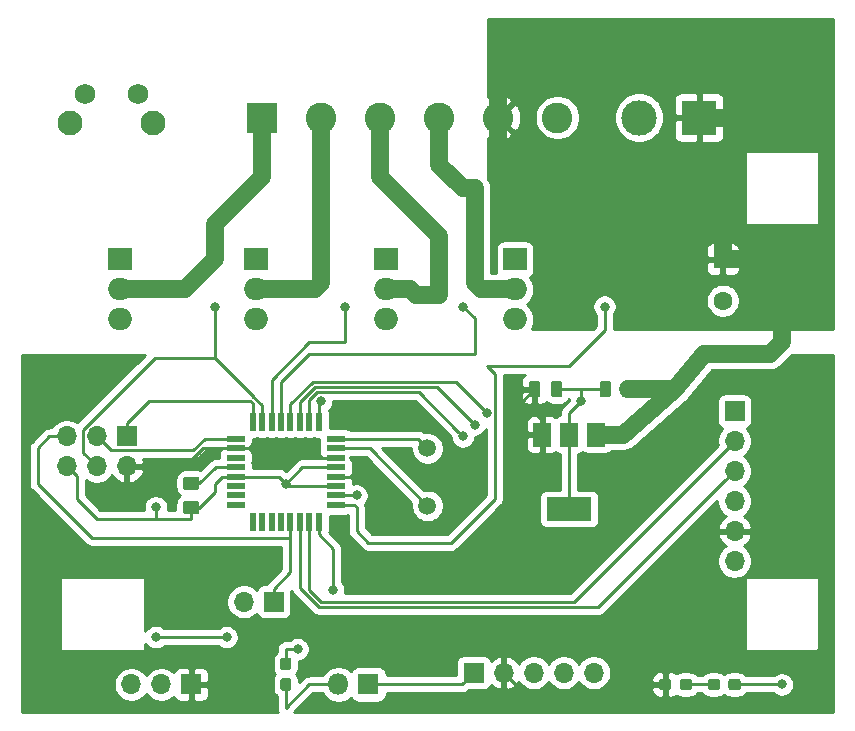
<source format=gbr>
%TF.GenerationSoftware,KiCad,Pcbnew,5.1.5-52549c5~84~ubuntu19.04.1*%
%TF.CreationDate,2020-02-04T18:47:48+03:00*%
%TF.ProjectId,RGBcontroller_V1,52474263-6f6e-4747-926f-6c6c65725f56,rev?*%
%TF.SameCoordinates,Original*%
%TF.FileFunction,Copper,L1,Top*%
%TF.FilePolarity,Positive*%
%FSLAX46Y46*%
G04 Gerber Fmt 4.6, Leading zero omitted, Abs format (unit mm)*
G04 Created by KiCad (PCBNEW 5.1.5-52549c5~84~ubuntu19.04.1) date 2020-02-04 18:47:48*
%MOMM*%
%LPD*%
G04 APERTURE LIST*
%ADD10C,3.000000*%
%ADD11R,3.000000X3.000000*%
%ADD12O,1.700000X1.700000*%
%ADD13R,1.700000X1.700000*%
%ADD14C,0.150000*%
%ADD15R,1.500000X2.000000*%
%ADD16R,3.800000X2.000000*%
%ADD17C,2.600000*%
%ADD18R,2.600000X2.600000*%
%ADD19O,2.000000X1.905000*%
%ADD20R,2.000000X1.905000*%
%ADD21C,2.100000*%
%ADD22C,1.750000*%
%ADD23O,1.800000X1.800000*%
%ADD24R,1.800000X1.800000*%
%ADD25R,0.550000X1.600000*%
%ADD26R,1.600000X0.550000*%
%ADD27C,1.600000*%
%ADD28R,1.600000X1.600000*%
%ADD29C,1.500000*%
%ADD30C,0.800000*%
%ADD31C,0.250000*%
%ADD32C,1.500000*%
%ADD33C,0.254000*%
G04 APERTURE END LIST*
D10*
X152920000Y-49000000D03*
D11*
X158000000Y-49000000D03*
D12*
X161000000Y-86550000D03*
X161000000Y-84010000D03*
X161000000Y-81470000D03*
X161000000Y-78930000D03*
X161000000Y-76390000D03*
D13*
X161000000Y-73850000D03*
%TA.AperFunction,SMDPad,CuDef*%
D14*
G36*
X144330142Y-71301174D02*
G01*
X144353803Y-71304684D01*
X144377007Y-71310496D01*
X144399529Y-71318554D01*
X144421153Y-71328782D01*
X144441670Y-71341079D01*
X144460883Y-71355329D01*
X144478607Y-71371393D01*
X144494671Y-71389117D01*
X144508921Y-71408330D01*
X144521218Y-71428847D01*
X144531446Y-71450471D01*
X144539504Y-71472993D01*
X144545316Y-71496197D01*
X144548826Y-71519858D01*
X144550000Y-71543750D01*
X144550000Y-72456250D01*
X144548826Y-72480142D01*
X144545316Y-72503803D01*
X144539504Y-72527007D01*
X144531446Y-72549529D01*
X144521218Y-72571153D01*
X144508921Y-72591670D01*
X144494671Y-72610883D01*
X144478607Y-72628607D01*
X144460883Y-72644671D01*
X144441670Y-72658921D01*
X144421153Y-72671218D01*
X144399529Y-72681446D01*
X144377007Y-72689504D01*
X144353803Y-72695316D01*
X144330142Y-72698826D01*
X144306250Y-72700000D01*
X143818750Y-72700000D01*
X143794858Y-72698826D01*
X143771197Y-72695316D01*
X143747993Y-72689504D01*
X143725471Y-72681446D01*
X143703847Y-72671218D01*
X143683330Y-72658921D01*
X143664117Y-72644671D01*
X143646393Y-72628607D01*
X143630329Y-72610883D01*
X143616079Y-72591670D01*
X143603782Y-72571153D01*
X143593554Y-72549529D01*
X143585496Y-72527007D01*
X143579684Y-72503803D01*
X143576174Y-72480142D01*
X143575000Y-72456250D01*
X143575000Y-71543750D01*
X143576174Y-71519858D01*
X143579684Y-71496197D01*
X143585496Y-71472993D01*
X143593554Y-71450471D01*
X143603782Y-71428847D01*
X143616079Y-71408330D01*
X143630329Y-71389117D01*
X143646393Y-71371393D01*
X143664117Y-71355329D01*
X143683330Y-71341079D01*
X143703847Y-71328782D01*
X143725471Y-71318554D01*
X143747993Y-71310496D01*
X143771197Y-71304684D01*
X143794858Y-71301174D01*
X143818750Y-71300000D01*
X144306250Y-71300000D01*
X144330142Y-71301174D01*
G37*
%TD.AperFunction*%
%TA.AperFunction,SMDPad,CuDef*%
G36*
X146205142Y-71301174D02*
G01*
X146228803Y-71304684D01*
X146252007Y-71310496D01*
X146274529Y-71318554D01*
X146296153Y-71328782D01*
X146316670Y-71341079D01*
X146335883Y-71355329D01*
X146353607Y-71371393D01*
X146369671Y-71389117D01*
X146383921Y-71408330D01*
X146396218Y-71428847D01*
X146406446Y-71450471D01*
X146414504Y-71472993D01*
X146420316Y-71496197D01*
X146423826Y-71519858D01*
X146425000Y-71543750D01*
X146425000Y-72456250D01*
X146423826Y-72480142D01*
X146420316Y-72503803D01*
X146414504Y-72527007D01*
X146406446Y-72549529D01*
X146396218Y-72571153D01*
X146383921Y-72591670D01*
X146369671Y-72610883D01*
X146353607Y-72628607D01*
X146335883Y-72644671D01*
X146316670Y-72658921D01*
X146296153Y-72671218D01*
X146274529Y-72681446D01*
X146252007Y-72689504D01*
X146228803Y-72695316D01*
X146205142Y-72698826D01*
X146181250Y-72700000D01*
X145693750Y-72700000D01*
X145669858Y-72698826D01*
X145646197Y-72695316D01*
X145622993Y-72689504D01*
X145600471Y-72681446D01*
X145578847Y-72671218D01*
X145558330Y-72658921D01*
X145539117Y-72644671D01*
X145521393Y-72628607D01*
X145505329Y-72610883D01*
X145491079Y-72591670D01*
X145478782Y-72571153D01*
X145468554Y-72549529D01*
X145460496Y-72527007D01*
X145454684Y-72503803D01*
X145451174Y-72480142D01*
X145450000Y-72456250D01*
X145450000Y-71543750D01*
X145451174Y-71519858D01*
X145454684Y-71496197D01*
X145460496Y-71472993D01*
X145468554Y-71450471D01*
X145478782Y-71428847D01*
X145491079Y-71408330D01*
X145505329Y-71389117D01*
X145521393Y-71371393D01*
X145539117Y-71355329D01*
X145558330Y-71341079D01*
X145578847Y-71328782D01*
X145600471Y-71318554D01*
X145622993Y-71310496D01*
X145646197Y-71304684D01*
X145669858Y-71301174D01*
X145693750Y-71300000D01*
X146181250Y-71300000D01*
X146205142Y-71301174D01*
G37*
%TD.AperFunction*%
%TA.AperFunction,SMDPad,CuDef*%
G36*
X152205142Y-71301174D02*
G01*
X152228803Y-71304684D01*
X152252007Y-71310496D01*
X152274529Y-71318554D01*
X152296153Y-71328782D01*
X152316670Y-71341079D01*
X152335883Y-71355329D01*
X152353607Y-71371393D01*
X152369671Y-71389117D01*
X152383921Y-71408330D01*
X152396218Y-71428847D01*
X152406446Y-71450471D01*
X152414504Y-71472993D01*
X152420316Y-71496197D01*
X152423826Y-71519858D01*
X152425000Y-71543750D01*
X152425000Y-72456250D01*
X152423826Y-72480142D01*
X152420316Y-72503803D01*
X152414504Y-72527007D01*
X152406446Y-72549529D01*
X152396218Y-72571153D01*
X152383921Y-72591670D01*
X152369671Y-72610883D01*
X152353607Y-72628607D01*
X152335883Y-72644671D01*
X152316670Y-72658921D01*
X152296153Y-72671218D01*
X152274529Y-72681446D01*
X152252007Y-72689504D01*
X152228803Y-72695316D01*
X152205142Y-72698826D01*
X152181250Y-72700000D01*
X151693750Y-72700000D01*
X151669858Y-72698826D01*
X151646197Y-72695316D01*
X151622993Y-72689504D01*
X151600471Y-72681446D01*
X151578847Y-72671218D01*
X151558330Y-72658921D01*
X151539117Y-72644671D01*
X151521393Y-72628607D01*
X151505329Y-72610883D01*
X151491079Y-72591670D01*
X151478782Y-72571153D01*
X151468554Y-72549529D01*
X151460496Y-72527007D01*
X151454684Y-72503803D01*
X151451174Y-72480142D01*
X151450000Y-72456250D01*
X151450000Y-71543750D01*
X151451174Y-71519858D01*
X151454684Y-71496197D01*
X151460496Y-71472993D01*
X151468554Y-71450471D01*
X151478782Y-71428847D01*
X151491079Y-71408330D01*
X151505329Y-71389117D01*
X151521393Y-71371393D01*
X151539117Y-71355329D01*
X151558330Y-71341079D01*
X151578847Y-71328782D01*
X151600471Y-71318554D01*
X151622993Y-71310496D01*
X151646197Y-71304684D01*
X151669858Y-71301174D01*
X151693750Y-71300000D01*
X152181250Y-71300000D01*
X152205142Y-71301174D01*
G37*
%TD.AperFunction*%
%TA.AperFunction,SMDPad,CuDef*%
G36*
X150330142Y-71301174D02*
G01*
X150353803Y-71304684D01*
X150377007Y-71310496D01*
X150399529Y-71318554D01*
X150421153Y-71328782D01*
X150441670Y-71341079D01*
X150460883Y-71355329D01*
X150478607Y-71371393D01*
X150494671Y-71389117D01*
X150508921Y-71408330D01*
X150521218Y-71428847D01*
X150531446Y-71450471D01*
X150539504Y-71472993D01*
X150545316Y-71496197D01*
X150548826Y-71519858D01*
X150550000Y-71543750D01*
X150550000Y-72456250D01*
X150548826Y-72480142D01*
X150545316Y-72503803D01*
X150539504Y-72527007D01*
X150531446Y-72549529D01*
X150521218Y-72571153D01*
X150508921Y-72591670D01*
X150494671Y-72610883D01*
X150478607Y-72628607D01*
X150460883Y-72644671D01*
X150441670Y-72658921D01*
X150421153Y-72671218D01*
X150399529Y-72681446D01*
X150377007Y-72689504D01*
X150353803Y-72695316D01*
X150330142Y-72698826D01*
X150306250Y-72700000D01*
X149818750Y-72700000D01*
X149794858Y-72698826D01*
X149771197Y-72695316D01*
X149747993Y-72689504D01*
X149725471Y-72681446D01*
X149703847Y-72671218D01*
X149683330Y-72658921D01*
X149664117Y-72644671D01*
X149646393Y-72628607D01*
X149630329Y-72610883D01*
X149616079Y-72591670D01*
X149603782Y-72571153D01*
X149593554Y-72549529D01*
X149585496Y-72527007D01*
X149579684Y-72503803D01*
X149576174Y-72480142D01*
X149575000Y-72456250D01*
X149575000Y-71543750D01*
X149576174Y-71519858D01*
X149579684Y-71496197D01*
X149585496Y-71472993D01*
X149593554Y-71450471D01*
X149603782Y-71428847D01*
X149616079Y-71408330D01*
X149630329Y-71389117D01*
X149646393Y-71371393D01*
X149664117Y-71355329D01*
X149683330Y-71341079D01*
X149703847Y-71328782D01*
X149725471Y-71318554D01*
X149747993Y-71310496D01*
X149771197Y-71304684D01*
X149794858Y-71301174D01*
X149818750Y-71300000D01*
X150306250Y-71300000D01*
X150330142Y-71301174D01*
G37*
%TD.AperFunction*%
D15*
X149300000Y-75850000D03*
X144700000Y-75850000D03*
X147000000Y-75850000D03*
D16*
X147000000Y-82150000D03*
D17*
X146000000Y-49000000D03*
X141000000Y-49000000D03*
X136000000Y-49000000D03*
X131000000Y-49000000D03*
X126000000Y-49000000D03*
D18*
X121000000Y-49000000D03*
D19*
X109000000Y-66080000D03*
X109000000Y-63540000D03*
D20*
X109000000Y-61000000D03*
D12*
X104460000Y-78540000D03*
X104460000Y-76000000D03*
X107000000Y-78540000D03*
X107000000Y-76000000D03*
X109540000Y-78540000D03*
D13*
X109540000Y-76000000D03*
D21*
X104750000Y-49490000D03*
D22*
X106000000Y-47000000D03*
X110500000Y-47000000D03*
D21*
X111760000Y-49490000D03*
D12*
X119460000Y-90000000D03*
D13*
X122000000Y-90000000D03*
%TA.AperFunction,SMDPad,CuDef*%
D14*
G36*
X123260779Y-96476144D02*
G01*
X123283834Y-96479563D01*
X123306443Y-96485227D01*
X123328387Y-96493079D01*
X123349457Y-96503044D01*
X123369448Y-96515026D01*
X123388168Y-96528910D01*
X123405438Y-96544562D01*
X123421090Y-96561832D01*
X123434974Y-96580552D01*
X123446956Y-96600543D01*
X123456921Y-96621613D01*
X123464773Y-96643557D01*
X123470437Y-96666166D01*
X123473856Y-96689221D01*
X123475000Y-96712500D01*
X123475000Y-97287500D01*
X123473856Y-97310779D01*
X123470437Y-97333834D01*
X123464773Y-97356443D01*
X123456921Y-97378387D01*
X123446956Y-97399457D01*
X123434974Y-97419448D01*
X123421090Y-97438168D01*
X123405438Y-97455438D01*
X123388168Y-97471090D01*
X123369448Y-97484974D01*
X123349457Y-97496956D01*
X123328387Y-97506921D01*
X123306443Y-97514773D01*
X123283834Y-97520437D01*
X123260779Y-97523856D01*
X123237500Y-97525000D01*
X122762500Y-97525000D01*
X122739221Y-97523856D01*
X122716166Y-97520437D01*
X122693557Y-97514773D01*
X122671613Y-97506921D01*
X122650543Y-97496956D01*
X122630552Y-97484974D01*
X122611832Y-97471090D01*
X122594562Y-97455438D01*
X122578910Y-97438168D01*
X122565026Y-97419448D01*
X122553044Y-97399457D01*
X122543079Y-97378387D01*
X122535227Y-97356443D01*
X122529563Y-97333834D01*
X122526144Y-97310779D01*
X122525000Y-97287500D01*
X122525000Y-96712500D01*
X122526144Y-96689221D01*
X122529563Y-96666166D01*
X122535227Y-96643557D01*
X122543079Y-96621613D01*
X122553044Y-96600543D01*
X122565026Y-96580552D01*
X122578910Y-96561832D01*
X122594562Y-96544562D01*
X122611832Y-96528910D01*
X122630552Y-96515026D01*
X122650543Y-96503044D01*
X122671613Y-96493079D01*
X122693557Y-96485227D01*
X122716166Y-96479563D01*
X122739221Y-96476144D01*
X122762500Y-96475000D01*
X123237500Y-96475000D01*
X123260779Y-96476144D01*
G37*
%TD.AperFunction*%
%TA.AperFunction,SMDPad,CuDef*%
G36*
X123260779Y-94726144D02*
G01*
X123283834Y-94729563D01*
X123306443Y-94735227D01*
X123328387Y-94743079D01*
X123349457Y-94753044D01*
X123369448Y-94765026D01*
X123388168Y-94778910D01*
X123405438Y-94794562D01*
X123421090Y-94811832D01*
X123434974Y-94830552D01*
X123446956Y-94850543D01*
X123456921Y-94871613D01*
X123464773Y-94893557D01*
X123470437Y-94916166D01*
X123473856Y-94939221D01*
X123475000Y-94962500D01*
X123475000Y-95537500D01*
X123473856Y-95560779D01*
X123470437Y-95583834D01*
X123464773Y-95606443D01*
X123456921Y-95628387D01*
X123446956Y-95649457D01*
X123434974Y-95669448D01*
X123421090Y-95688168D01*
X123405438Y-95705438D01*
X123388168Y-95721090D01*
X123369448Y-95734974D01*
X123349457Y-95746956D01*
X123328387Y-95756921D01*
X123306443Y-95764773D01*
X123283834Y-95770437D01*
X123260779Y-95773856D01*
X123237500Y-95775000D01*
X122762500Y-95775000D01*
X122739221Y-95773856D01*
X122716166Y-95770437D01*
X122693557Y-95764773D01*
X122671613Y-95756921D01*
X122650543Y-95746956D01*
X122630552Y-95734974D01*
X122611832Y-95721090D01*
X122594562Y-95705438D01*
X122578910Y-95688168D01*
X122565026Y-95669448D01*
X122553044Y-95649457D01*
X122543079Y-95628387D01*
X122535227Y-95606443D01*
X122529563Y-95583834D01*
X122526144Y-95560779D01*
X122525000Y-95537500D01*
X122525000Y-94962500D01*
X122526144Y-94939221D01*
X122529563Y-94916166D01*
X122535227Y-94893557D01*
X122543079Y-94871613D01*
X122553044Y-94850543D01*
X122565026Y-94830552D01*
X122578910Y-94811832D01*
X122594562Y-94794562D01*
X122611832Y-94778910D01*
X122630552Y-94765026D01*
X122650543Y-94753044D01*
X122671613Y-94743079D01*
X122693557Y-94735227D01*
X122716166Y-94729563D01*
X122739221Y-94726144D01*
X122762500Y-94725000D01*
X123237500Y-94725000D01*
X123260779Y-94726144D01*
G37*
%TD.AperFunction*%
%TA.AperFunction,SMDPad,CuDef*%
G36*
X157185779Y-96526144D02*
G01*
X157208834Y-96529563D01*
X157231443Y-96535227D01*
X157253387Y-96543079D01*
X157274457Y-96553044D01*
X157294448Y-96565026D01*
X157313168Y-96578910D01*
X157330438Y-96594562D01*
X157346090Y-96611832D01*
X157359974Y-96630552D01*
X157371956Y-96650543D01*
X157381921Y-96671613D01*
X157389773Y-96693557D01*
X157395437Y-96716166D01*
X157398856Y-96739221D01*
X157400000Y-96762500D01*
X157400000Y-97237500D01*
X157398856Y-97260779D01*
X157395437Y-97283834D01*
X157389773Y-97306443D01*
X157381921Y-97328387D01*
X157371956Y-97349457D01*
X157359974Y-97369448D01*
X157346090Y-97388168D01*
X157330438Y-97405438D01*
X157313168Y-97421090D01*
X157294448Y-97434974D01*
X157274457Y-97446956D01*
X157253387Y-97456921D01*
X157231443Y-97464773D01*
X157208834Y-97470437D01*
X157185779Y-97473856D01*
X157162500Y-97475000D01*
X156587500Y-97475000D01*
X156564221Y-97473856D01*
X156541166Y-97470437D01*
X156518557Y-97464773D01*
X156496613Y-97456921D01*
X156475543Y-97446956D01*
X156455552Y-97434974D01*
X156436832Y-97421090D01*
X156419562Y-97405438D01*
X156403910Y-97388168D01*
X156390026Y-97369448D01*
X156378044Y-97349457D01*
X156368079Y-97328387D01*
X156360227Y-97306443D01*
X156354563Y-97283834D01*
X156351144Y-97260779D01*
X156350000Y-97237500D01*
X156350000Y-96762500D01*
X156351144Y-96739221D01*
X156354563Y-96716166D01*
X156360227Y-96693557D01*
X156368079Y-96671613D01*
X156378044Y-96650543D01*
X156390026Y-96630552D01*
X156403910Y-96611832D01*
X156419562Y-96594562D01*
X156436832Y-96578910D01*
X156455552Y-96565026D01*
X156475543Y-96553044D01*
X156496613Y-96543079D01*
X156518557Y-96535227D01*
X156541166Y-96529563D01*
X156564221Y-96526144D01*
X156587500Y-96525000D01*
X157162500Y-96525000D01*
X157185779Y-96526144D01*
G37*
%TD.AperFunction*%
%TA.AperFunction,SMDPad,CuDef*%
G36*
X155435779Y-96526144D02*
G01*
X155458834Y-96529563D01*
X155481443Y-96535227D01*
X155503387Y-96543079D01*
X155524457Y-96553044D01*
X155544448Y-96565026D01*
X155563168Y-96578910D01*
X155580438Y-96594562D01*
X155596090Y-96611832D01*
X155609974Y-96630552D01*
X155621956Y-96650543D01*
X155631921Y-96671613D01*
X155639773Y-96693557D01*
X155645437Y-96716166D01*
X155648856Y-96739221D01*
X155650000Y-96762500D01*
X155650000Y-97237500D01*
X155648856Y-97260779D01*
X155645437Y-97283834D01*
X155639773Y-97306443D01*
X155631921Y-97328387D01*
X155621956Y-97349457D01*
X155609974Y-97369448D01*
X155596090Y-97388168D01*
X155580438Y-97405438D01*
X155563168Y-97421090D01*
X155544448Y-97434974D01*
X155524457Y-97446956D01*
X155503387Y-97456921D01*
X155481443Y-97464773D01*
X155458834Y-97470437D01*
X155435779Y-97473856D01*
X155412500Y-97475000D01*
X154837500Y-97475000D01*
X154814221Y-97473856D01*
X154791166Y-97470437D01*
X154768557Y-97464773D01*
X154746613Y-97456921D01*
X154725543Y-97446956D01*
X154705552Y-97434974D01*
X154686832Y-97421090D01*
X154669562Y-97405438D01*
X154653910Y-97388168D01*
X154640026Y-97369448D01*
X154628044Y-97349457D01*
X154618079Y-97328387D01*
X154610227Y-97306443D01*
X154604563Y-97283834D01*
X154601144Y-97260779D01*
X154600000Y-97237500D01*
X154600000Y-96762500D01*
X154601144Y-96739221D01*
X154604563Y-96716166D01*
X154610227Y-96693557D01*
X154618079Y-96671613D01*
X154628044Y-96650543D01*
X154640026Y-96630552D01*
X154653910Y-96611832D01*
X154669562Y-96594562D01*
X154686832Y-96578910D01*
X154705552Y-96565026D01*
X154725543Y-96553044D01*
X154746613Y-96543079D01*
X154768557Y-96535227D01*
X154791166Y-96529563D01*
X154814221Y-96526144D01*
X154837500Y-96525000D01*
X155412500Y-96525000D01*
X155435779Y-96526144D01*
G37*
%TD.AperFunction*%
D19*
X120500000Y-66080000D03*
X120500000Y-63540000D03*
D20*
X120500000Y-61000000D03*
D19*
X131500000Y-66080000D03*
X131500000Y-63540000D03*
D20*
X131500000Y-61000000D03*
D19*
X142400000Y-66080000D03*
X142400000Y-63540000D03*
D20*
X142400000Y-61000000D03*
D12*
X109920000Y-97000000D03*
X112460000Y-97000000D03*
D13*
X115000000Y-97000000D03*
D12*
X149080000Y-96000000D03*
X146540000Y-96000000D03*
X144000000Y-96000000D03*
X141460000Y-96000000D03*
D13*
X138920000Y-96000000D03*
D23*
X127460000Y-97000000D03*
D24*
X130000000Y-97000000D03*
%TA.AperFunction,SMDPad,CuDef*%
D14*
G36*
X159560779Y-96526144D02*
G01*
X159583834Y-96529563D01*
X159606443Y-96535227D01*
X159628387Y-96543079D01*
X159649457Y-96553044D01*
X159669448Y-96565026D01*
X159688168Y-96578910D01*
X159705438Y-96594562D01*
X159721090Y-96611832D01*
X159734974Y-96630552D01*
X159746956Y-96650543D01*
X159756921Y-96671613D01*
X159764773Y-96693557D01*
X159770437Y-96716166D01*
X159773856Y-96739221D01*
X159775000Y-96762500D01*
X159775000Y-97237500D01*
X159773856Y-97260779D01*
X159770437Y-97283834D01*
X159764773Y-97306443D01*
X159756921Y-97328387D01*
X159746956Y-97349457D01*
X159734974Y-97369448D01*
X159721090Y-97388168D01*
X159705438Y-97405438D01*
X159688168Y-97421090D01*
X159669448Y-97434974D01*
X159649457Y-97446956D01*
X159628387Y-97456921D01*
X159606443Y-97464773D01*
X159583834Y-97470437D01*
X159560779Y-97473856D01*
X159537500Y-97475000D01*
X158962500Y-97475000D01*
X158939221Y-97473856D01*
X158916166Y-97470437D01*
X158893557Y-97464773D01*
X158871613Y-97456921D01*
X158850543Y-97446956D01*
X158830552Y-97434974D01*
X158811832Y-97421090D01*
X158794562Y-97405438D01*
X158778910Y-97388168D01*
X158765026Y-97369448D01*
X158753044Y-97349457D01*
X158743079Y-97328387D01*
X158735227Y-97306443D01*
X158729563Y-97283834D01*
X158726144Y-97260779D01*
X158725000Y-97237500D01*
X158725000Y-96762500D01*
X158726144Y-96739221D01*
X158729563Y-96716166D01*
X158735227Y-96693557D01*
X158743079Y-96671613D01*
X158753044Y-96650543D01*
X158765026Y-96630552D01*
X158778910Y-96611832D01*
X158794562Y-96594562D01*
X158811832Y-96578910D01*
X158830552Y-96565026D01*
X158850543Y-96553044D01*
X158871613Y-96543079D01*
X158893557Y-96535227D01*
X158916166Y-96529563D01*
X158939221Y-96526144D01*
X158962500Y-96525000D01*
X159537500Y-96525000D01*
X159560779Y-96526144D01*
G37*
%TD.AperFunction*%
%TA.AperFunction,SMDPad,CuDef*%
G36*
X161310779Y-96526144D02*
G01*
X161333834Y-96529563D01*
X161356443Y-96535227D01*
X161378387Y-96543079D01*
X161399457Y-96553044D01*
X161419448Y-96565026D01*
X161438168Y-96578910D01*
X161455438Y-96594562D01*
X161471090Y-96611832D01*
X161484974Y-96630552D01*
X161496956Y-96650543D01*
X161506921Y-96671613D01*
X161514773Y-96693557D01*
X161520437Y-96716166D01*
X161523856Y-96739221D01*
X161525000Y-96762500D01*
X161525000Y-97237500D01*
X161523856Y-97260779D01*
X161520437Y-97283834D01*
X161514773Y-97306443D01*
X161506921Y-97328387D01*
X161496956Y-97349457D01*
X161484974Y-97369448D01*
X161471090Y-97388168D01*
X161455438Y-97405438D01*
X161438168Y-97421090D01*
X161419448Y-97434974D01*
X161399457Y-97446956D01*
X161378387Y-97456921D01*
X161356443Y-97464773D01*
X161333834Y-97470437D01*
X161310779Y-97473856D01*
X161287500Y-97475000D01*
X160712500Y-97475000D01*
X160689221Y-97473856D01*
X160666166Y-97470437D01*
X160643557Y-97464773D01*
X160621613Y-97456921D01*
X160600543Y-97446956D01*
X160580552Y-97434974D01*
X160561832Y-97421090D01*
X160544562Y-97405438D01*
X160528910Y-97388168D01*
X160515026Y-97369448D01*
X160503044Y-97349457D01*
X160493079Y-97328387D01*
X160485227Y-97306443D01*
X160479563Y-97283834D01*
X160476144Y-97260779D01*
X160475000Y-97237500D01*
X160475000Y-96762500D01*
X160476144Y-96739221D01*
X160479563Y-96716166D01*
X160485227Y-96693557D01*
X160493079Y-96671613D01*
X160503044Y-96650543D01*
X160515026Y-96630552D01*
X160528910Y-96611832D01*
X160544562Y-96594562D01*
X160561832Y-96578910D01*
X160580552Y-96565026D01*
X160600543Y-96553044D01*
X160621613Y-96543079D01*
X160643557Y-96535227D01*
X160666166Y-96529563D01*
X160689221Y-96526144D01*
X160712500Y-96525000D01*
X161287500Y-96525000D01*
X161310779Y-96526144D01*
G37*
%TD.AperFunction*%
D25*
X125800000Y-83250000D03*
X125000000Y-83250000D03*
X124200000Y-83250000D03*
X123400000Y-83250000D03*
X122600000Y-83250000D03*
X121800000Y-83250000D03*
X121000000Y-83250000D03*
X120200000Y-83250000D03*
D26*
X118750000Y-81800000D03*
X118750000Y-81000000D03*
X118750000Y-80200000D03*
X118750000Y-79400000D03*
X118750000Y-78600000D03*
X118750000Y-77800000D03*
X118750000Y-77000000D03*
X118750000Y-76200000D03*
D25*
X120200000Y-74750000D03*
X121000000Y-74750000D03*
X121800000Y-74750000D03*
X122600000Y-74750000D03*
X123400000Y-74750000D03*
X124200000Y-74750000D03*
X125000000Y-74750000D03*
X125800000Y-74750000D03*
D26*
X127250000Y-76200000D03*
X127250000Y-77000000D03*
X127250000Y-77800000D03*
X127250000Y-78600000D03*
X127250000Y-79400000D03*
X127250000Y-80200000D03*
X127250000Y-81000000D03*
X127250000Y-81800000D03*
D27*
X160000000Y-64500000D03*
D28*
X160000000Y-61000000D03*
%TA.AperFunction,SMDPad,CuDef*%
D14*
G36*
X115474505Y-81451204D02*
G01*
X115498773Y-81454804D01*
X115522572Y-81460765D01*
X115545671Y-81469030D01*
X115567850Y-81479520D01*
X115588893Y-81492132D01*
X115608599Y-81506747D01*
X115626777Y-81523223D01*
X115643253Y-81541401D01*
X115657868Y-81561107D01*
X115670480Y-81582150D01*
X115680970Y-81604329D01*
X115689235Y-81627428D01*
X115695196Y-81651227D01*
X115698796Y-81675495D01*
X115700000Y-81699999D01*
X115700000Y-82350001D01*
X115698796Y-82374505D01*
X115695196Y-82398773D01*
X115689235Y-82422572D01*
X115680970Y-82445671D01*
X115670480Y-82467850D01*
X115657868Y-82488893D01*
X115643253Y-82508599D01*
X115626777Y-82526777D01*
X115608599Y-82543253D01*
X115588893Y-82557868D01*
X115567850Y-82570480D01*
X115545671Y-82580970D01*
X115522572Y-82589235D01*
X115498773Y-82595196D01*
X115474505Y-82598796D01*
X115450001Y-82600000D01*
X114549999Y-82600000D01*
X114525495Y-82598796D01*
X114501227Y-82595196D01*
X114477428Y-82589235D01*
X114454329Y-82580970D01*
X114432150Y-82570480D01*
X114411107Y-82557868D01*
X114391401Y-82543253D01*
X114373223Y-82526777D01*
X114356747Y-82508599D01*
X114342132Y-82488893D01*
X114329520Y-82467850D01*
X114319030Y-82445671D01*
X114310765Y-82422572D01*
X114304804Y-82398773D01*
X114301204Y-82374505D01*
X114300000Y-82350001D01*
X114300000Y-81699999D01*
X114301204Y-81675495D01*
X114304804Y-81651227D01*
X114310765Y-81627428D01*
X114319030Y-81604329D01*
X114329520Y-81582150D01*
X114342132Y-81561107D01*
X114356747Y-81541401D01*
X114373223Y-81523223D01*
X114391401Y-81506747D01*
X114411107Y-81492132D01*
X114432150Y-81479520D01*
X114454329Y-81469030D01*
X114477428Y-81460765D01*
X114501227Y-81454804D01*
X114525495Y-81451204D01*
X114549999Y-81450000D01*
X115450001Y-81450000D01*
X115474505Y-81451204D01*
G37*
%TD.AperFunction*%
%TA.AperFunction,SMDPad,CuDef*%
G36*
X115474505Y-79401204D02*
G01*
X115498773Y-79404804D01*
X115522572Y-79410765D01*
X115545671Y-79419030D01*
X115567850Y-79429520D01*
X115588893Y-79442132D01*
X115608599Y-79456747D01*
X115626777Y-79473223D01*
X115643253Y-79491401D01*
X115657868Y-79511107D01*
X115670480Y-79532150D01*
X115680970Y-79554329D01*
X115689235Y-79577428D01*
X115695196Y-79601227D01*
X115698796Y-79625495D01*
X115700000Y-79649999D01*
X115700000Y-80300001D01*
X115698796Y-80324505D01*
X115695196Y-80348773D01*
X115689235Y-80372572D01*
X115680970Y-80395671D01*
X115670480Y-80417850D01*
X115657868Y-80438893D01*
X115643253Y-80458599D01*
X115626777Y-80476777D01*
X115608599Y-80493253D01*
X115588893Y-80507868D01*
X115567850Y-80520480D01*
X115545671Y-80530970D01*
X115522572Y-80539235D01*
X115498773Y-80545196D01*
X115474505Y-80548796D01*
X115450001Y-80550000D01*
X114549999Y-80550000D01*
X114525495Y-80548796D01*
X114501227Y-80545196D01*
X114477428Y-80539235D01*
X114454329Y-80530970D01*
X114432150Y-80520480D01*
X114411107Y-80507868D01*
X114391401Y-80493253D01*
X114373223Y-80476777D01*
X114356747Y-80458599D01*
X114342132Y-80438893D01*
X114329520Y-80417850D01*
X114319030Y-80395671D01*
X114310765Y-80372572D01*
X114304804Y-80348773D01*
X114301204Y-80324505D01*
X114300000Y-80300001D01*
X114300000Y-79649999D01*
X114301204Y-79625495D01*
X114304804Y-79601227D01*
X114310765Y-79577428D01*
X114319030Y-79554329D01*
X114329520Y-79532150D01*
X114342132Y-79511107D01*
X114356747Y-79491401D01*
X114373223Y-79473223D01*
X114391401Y-79456747D01*
X114411107Y-79442132D01*
X114432150Y-79429520D01*
X114454329Y-79419030D01*
X114477428Y-79410765D01*
X114501227Y-79404804D01*
X114525495Y-79401204D01*
X114549999Y-79400000D01*
X115450001Y-79400000D01*
X115474505Y-79401204D01*
G37*
%TD.AperFunction*%
D29*
X135000000Y-81880000D03*
X135000000Y-77000000D03*
D30*
X165000000Y-97000000D03*
X148000000Y-73000000D03*
X123000000Y-80000000D03*
X112000000Y-82000000D03*
X118000000Y-93000000D03*
X112000000Y-93000000D03*
X123000000Y-77000000D03*
X142000000Y-73000000D03*
X127000000Y-89000000D03*
X128000000Y-65000000D03*
X138000000Y-65000000D03*
X140000000Y-74000000D03*
X139000000Y-75000000D03*
X138000000Y-76000000D03*
X126000000Y-73000000D03*
X124000000Y-94000000D03*
X129000000Y-81000000D03*
X150000000Y-65000000D03*
X117000000Y-65000000D03*
D31*
X130120000Y-77000000D02*
X135000000Y-81880000D01*
X127250000Y-77000000D02*
X130120000Y-77000000D01*
X134200000Y-76200000D02*
X135000000Y-77000000D01*
X127250000Y-76200000D02*
X134200000Y-76200000D01*
X117700000Y-79400000D02*
X118750000Y-79400000D01*
X117600000Y-79400000D02*
X117700000Y-79400000D01*
X117000000Y-80000000D02*
X117600000Y-79400000D01*
X117000000Y-80725000D02*
X117000000Y-80000000D01*
X115700000Y-82025000D02*
X117000000Y-80725000D01*
X115000000Y-82025000D02*
X115700000Y-82025000D01*
X123200000Y-80200000D02*
X123000000Y-80000000D01*
X127250000Y-80200000D02*
X123200000Y-80200000D01*
X122400000Y-79400000D02*
X123000000Y-80000000D01*
X118750000Y-79400000D02*
X122400000Y-79400000D01*
X127250000Y-78600000D02*
X124400000Y-78600000D01*
X124400000Y-78600000D02*
X123000000Y-80000000D01*
X137920000Y-97000000D02*
X138920000Y-96000000D01*
X130000000Y-97000000D02*
X137920000Y-97000000D01*
X105309999Y-79389999D02*
X105309999Y-81309999D01*
X104460000Y-78540000D02*
X105309999Y-79389999D01*
X105309999Y-81309999D02*
X107000000Y-83000000D01*
X115000000Y-83000000D02*
X115000000Y-82025000D01*
X148000000Y-73000000D02*
X148000000Y-72000000D01*
X145937500Y-72000000D02*
X148000000Y-72000000D01*
X148000000Y-72000000D02*
X150062500Y-72000000D01*
X148000000Y-73000000D02*
X147000000Y-74000000D01*
X147000000Y-74000000D02*
X147000000Y-75850000D01*
X147000000Y-82150000D02*
X147000000Y-75850000D01*
X165000000Y-97000000D02*
X161000000Y-97000000D01*
X112000000Y-83000000D02*
X112000000Y-82000000D01*
X112000000Y-83000000D02*
X115000000Y-83000000D01*
X107000000Y-83000000D02*
X112000000Y-83000000D01*
X112000000Y-93000000D02*
X118000000Y-93000000D01*
X123800000Y-77800000D02*
X123000000Y-77000000D01*
X127250000Y-77800000D02*
X123800000Y-77800000D01*
X118750000Y-77000000D02*
X123000000Y-77000000D01*
X155125000Y-97000000D02*
X153000000Y-97000000D01*
X153000000Y-97000000D02*
X151000000Y-99000000D01*
X144460000Y-99000000D02*
X141460000Y-96000000D01*
X151000000Y-99000000D02*
X144460000Y-99000000D01*
X116000000Y-77000000D02*
X118750000Y-77000000D01*
X114460000Y-78540000D02*
X116000000Y-77000000D01*
X109540000Y-78540000D02*
X114460000Y-78540000D01*
X144700000Y-74600000D02*
X144100000Y-74000000D01*
X144700000Y-75850000D02*
X144700000Y-74600000D01*
X144100000Y-74000000D02*
X143000000Y-74000000D01*
X143000000Y-74000000D02*
X142000000Y-73000000D01*
X143062500Y-73000000D02*
X144062500Y-72000000D01*
X142000000Y-73000000D02*
X143062500Y-73000000D01*
X142000000Y-73000000D02*
X142000000Y-73000000D01*
X127250000Y-79400000D02*
X128600000Y-79400000D01*
X128600000Y-79400000D02*
X129000000Y-79000000D01*
X117700000Y-78600000D02*
X118750000Y-78600000D01*
X117075000Y-78600000D02*
X117700000Y-78600000D01*
X115700000Y-79975000D02*
X117075000Y-78600000D01*
X115000000Y-79975000D02*
X115700000Y-79975000D01*
X123400000Y-84600000D02*
X123400000Y-83250000D01*
X104460000Y-76000000D02*
X103000000Y-76000000D01*
X106600000Y-84600000D02*
X123400000Y-84600000D01*
X103000000Y-76000000D02*
X102000000Y-77000000D01*
X102000000Y-77000000D02*
X102000000Y-80000000D01*
X102000000Y-80000000D02*
X106600000Y-84600000D01*
X122000000Y-88900000D02*
X122000000Y-90000000D01*
X123400000Y-83250000D02*
X123400000Y-87500000D01*
X123400000Y-87500000D02*
X122000000Y-88900000D01*
D32*
X161000000Y-49000000D02*
X158000000Y-49000000D01*
X141000000Y-53000000D02*
X144000000Y-56000000D01*
X141000000Y-49000000D02*
X141000000Y-53000000D01*
X159000000Y-56000000D02*
X159000000Y-54000000D01*
X159000000Y-54000000D02*
X161000000Y-52000000D01*
X141000000Y-49000000D02*
X141000000Y-42000000D01*
X161000000Y-42000000D02*
X162000000Y-43000000D01*
X141000000Y-42000000D02*
X161000000Y-42000000D01*
X161000000Y-49000000D02*
X161000000Y-52000000D01*
X162000000Y-48000000D02*
X161000000Y-49000000D01*
X162000000Y-43000000D02*
X162000000Y-48000000D01*
X158000000Y-56700000D02*
X158000000Y-56000000D01*
X160000000Y-58700000D02*
X158000000Y-56700000D01*
X160000000Y-61000000D02*
X160000000Y-58700000D01*
X144000000Y-56000000D02*
X158000000Y-56000000D01*
X158000000Y-56000000D02*
X159000000Y-56000000D01*
X149300000Y-75850000D02*
X151550000Y-75850000D01*
X158400000Y-69000000D02*
X164000000Y-69000000D01*
X164000000Y-69000000D02*
X165000000Y-68000000D01*
X162300000Y-61000000D02*
X160000000Y-61000000D01*
X165000000Y-63700000D02*
X162300000Y-61000000D01*
X165000000Y-68000000D02*
X165000000Y-63700000D01*
X151937500Y-72000000D02*
X156000000Y-72000000D01*
X151550000Y-75850000D02*
X156000000Y-72000000D01*
X156000000Y-72000000D02*
X158400000Y-69000000D01*
D31*
X125800000Y-84300000D02*
X127000000Y-85500000D01*
X125800000Y-83250000D02*
X125800000Y-84300000D01*
X127000000Y-85500000D02*
X127000000Y-89000000D01*
X108175001Y-77175001D02*
X107000000Y-76000000D01*
X115188589Y-77175001D02*
X108175001Y-77175001D01*
X118750000Y-76200000D02*
X116163590Y-76200000D01*
X116163590Y-76200000D02*
X115188589Y-77175001D01*
X120200000Y-74750000D02*
X120200000Y-73200000D01*
X120200000Y-73200000D02*
X120000000Y-73000000D01*
X109540000Y-74900000D02*
X109540000Y-76000000D01*
X111440000Y-73000000D02*
X109540000Y-74900000D01*
X120000000Y-73000000D02*
X111440000Y-73000000D01*
X121800000Y-74750000D02*
X121800000Y-71200000D01*
X121800000Y-71200000D02*
X125000000Y-68000000D01*
X125000000Y-68000000D02*
X128000000Y-68000000D01*
X128000000Y-68000000D02*
X128000000Y-65000000D01*
X122600000Y-74750000D02*
X122600000Y-71400000D01*
X122600000Y-71400000D02*
X125000000Y-69000000D01*
X125000000Y-69000000D02*
X139000000Y-69000000D01*
X139000000Y-66000000D02*
X139000000Y-69000000D01*
X139000000Y-66000000D02*
X138000000Y-65000000D01*
X137374979Y-71374979D02*
X139600001Y-73600001D01*
X125279199Y-71374979D02*
X137374979Y-71374979D01*
X139600001Y-73600001D02*
X140000000Y-74000000D01*
X123400000Y-73254178D02*
X125279199Y-71374979D01*
X123400000Y-74750000D02*
X123400000Y-73254178D01*
X138600001Y-74600001D02*
X139000000Y-75000000D01*
X125465599Y-71824989D02*
X135824989Y-71824989D01*
X135824989Y-71824989D02*
X138600001Y-74600001D01*
X124200000Y-73090588D02*
X125465599Y-71824989D01*
X124200000Y-74750000D02*
X124200000Y-73090588D01*
X134274999Y-72274999D02*
X137600001Y-75600001D01*
X125651999Y-72274999D02*
X134274999Y-72274999D01*
X125000000Y-72926998D02*
X125651999Y-72274999D01*
X137600001Y-75600001D02*
X138000000Y-76000000D01*
X125000000Y-74750000D02*
X125000000Y-72926998D01*
X125800000Y-73200000D02*
X126000000Y-73000000D01*
X125800000Y-74750000D02*
X125800000Y-73200000D01*
X129000000Y-81000000D02*
X129000000Y-81000000D01*
X129000000Y-81000000D02*
X127250000Y-81000000D01*
X124000000Y-94000000D02*
X123000000Y-94000000D01*
X123000000Y-94000000D02*
X123000000Y-95250000D01*
X150000000Y-67000000D02*
X150000000Y-65000000D01*
X147000000Y-70000000D02*
X150000000Y-67000000D01*
X140725001Y-81274999D02*
X140725001Y-70725001D01*
X137000000Y-85000000D02*
X140725001Y-81274999D01*
X130000000Y-85000000D02*
X137000000Y-85000000D01*
X129000000Y-84000000D02*
X130000000Y-85000000D01*
X140000000Y-70000000D02*
X147000000Y-70000000D01*
X128800000Y-81800000D02*
X129000000Y-82000000D01*
X140725001Y-70725001D02*
X140000000Y-70000000D01*
X127250000Y-81800000D02*
X128800000Y-81800000D01*
X129000000Y-82000000D02*
X129000000Y-84000000D01*
X159250000Y-97000000D02*
X156875000Y-97000000D01*
X127460000Y-97000000D02*
X125000000Y-97000000D01*
X125000000Y-97000000D02*
X123000000Y-99000000D01*
X123000000Y-99000000D02*
X123000000Y-97000000D01*
D32*
X142400000Y-63540000D02*
X139540000Y-63540000D01*
X139540000Y-63540000D02*
X139000000Y-63000000D01*
X139000000Y-63000000D02*
X139000000Y-55000000D01*
X139000000Y-55000000D02*
X138000000Y-55000000D01*
X136000000Y-53000000D02*
X136000000Y-49000000D01*
X138000000Y-55000000D02*
X136000000Y-53000000D01*
X131000000Y-49000000D02*
X131000000Y-54000000D01*
X131000000Y-54000000D02*
X136000000Y-59000000D01*
X136000000Y-59000000D02*
X136000000Y-64000000D01*
X133540000Y-63540000D02*
X131500000Y-63540000D01*
X134000000Y-64000000D02*
X133540000Y-63540000D01*
X136000000Y-64000000D02*
X134000000Y-64000000D01*
X120500000Y-63540000D02*
X125460000Y-63540000D01*
X126000000Y-63000000D02*
X126000000Y-49000000D01*
X125460000Y-63540000D02*
X126000000Y-63000000D01*
D31*
X121000000Y-73363590D02*
X121000000Y-73700000D01*
X121000000Y-73700000D02*
X121000000Y-74750000D01*
X120186401Y-72549991D02*
X121000000Y-73363590D01*
X117000000Y-69363590D02*
X120318205Y-72681795D01*
X117000000Y-65000000D02*
X117000000Y-69363590D01*
X105824999Y-75435999D02*
X111897408Y-69363590D01*
X111897408Y-69363590D02*
X117000000Y-69363590D01*
X105824999Y-77364999D02*
X105824999Y-75435999D01*
X107000000Y-78540000D02*
X105824999Y-77364999D01*
D32*
X109000000Y-63540000D02*
X114460000Y-63540000D01*
X114460000Y-63540000D02*
X117000000Y-61000000D01*
X117000000Y-61000000D02*
X117000000Y-58000000D01*
X121000000Y-54000000D02*
X121000000Y-49000000D01*
X117000000Y-58000000D02*
X121000000Y-54000000D01*
D31*
X125000000Y-83250000D02*
X125000000Y-89000000D01*
X125000000Y-89000000D02*
X126000000Y-90000000D01*
X147390000Y-90000000D02*
X161000000Y-76390000D01*
X126000000Y-90000000D02*
X147390000Y-90000000D01*
X149479990Y-90450010D02*
X160150001Y-79779999D01*
X124200000Y-88836410D02*
X125813600Y-90450010D01*
X160150001Y-79779999D02*
X161000000Y-78930000D01*
X125813600Y-90450010D02*
X149479990Y-90450010D01*
X124200000Y-83250000D02*
X124200000Y-88836410D01*
D33*
G36*
X105366492Y-74819705D02*
G01*
X105163411Y-74684010D01*
X104893158Y-74572068D01*
X104606260Y-74515000D01*
X104313740Y-74515000D01*
X104026842Y-74572068D01*
X103756589Y-74684010D01*
X103513368Y-74846525D01*
X103306525Y-75053368D01*
X103181822Y-75240000D01*
X103037333Y-75240000D01*
X103000000Y-75236323D01*
X102962667Y-75240000D01*
X102851014Y-75250997D01*
X102707753Y-75294454D01*
X102575724Y-75365026D01*
X102459999Y-75459999D01*
X102436201Y-75488997D01*
X101489002Y-76436196D01*
X101459999Y-76459999D01*
X101404871Y-76527174D01*
X101365026Y-76575724D01*
X101333356Y-76634974D01*
X101294454Y-76707754D01*
X101250997Y-76851015D01*
X101240000Y-76962668D01*
X101240000Y-76962678D01*
X101236324Y-77000000D01*
X101240000Y-77037323D01*
X101240001Y-79962667D01*
X101236324Y-80000000D01*
X101240001Y-80037333D01*
X101250998Y-80148986D01*
X101261922Y-80184999D01*
X101294454Y-80292246D01*
X101365026Y-80424276D01*
X101435169Y-80509744D01*
X101460000Y-80540001D01*
X101488998Y-80563799D01*
X106036205Y-85111008D01*
X106059999Y-85140001D01*
X106088992Y-85163795D01*
X106088996Y-85163799D01*
X106139417Y-85205178D01*
X106175724Y-85234974D01*
X106307753Y-85305546D01*
X106451014Y-85349003D01*
X106562667Y-85360000D01*
X106562676Y-85360000D01*
X106599999Y-85363676D01*
X106637322Y-85360000D01*
X122640000Y-85360000D01*
X122640001Y-87185197D01*
X121489003Y-88336196D01*
X121459999Y-88359999D01*
X121404871Y-88427174D01*
X121365026Y-88475724D01*
X121345674Y-88511928D01*
X121150000Y-88511928D01*
X121025518Y-88524188D01*
X120905820Y-88560498D01*
X120795506Y-88619463D01*
X120698815Y-88698815D01*
X120619463Y-88795506D01*
X120560498Y-88905820D01*
X120538487Y-88978380D01*
X120406632Y-88846525D01*
X120163411Y-88684010D01*
X119893158Y-88572068D01*
X119606260Y-88515000D01*
X119313740Y-88515000D01*
X119026842Y-88572068D01*
X118756589Y-88684010D01*
X118513368Y-88846525D01*
X118306525Y-89053368D01*
X118144010Y-89296589D01*
X118032068Y-89566842D01*
X117975000Y-89853740D01*
X117975000Y-90146260D01*
X118032068Y-90433158D01*
X118144010Y-90703411D01*
X118306525Y-90946632D01*
X118513368Y-91153475D01*
X118756589Y-91315990D01*
X119026842Y-91427932D01*
X119313740Y-91485000D01*
X119606260Y-91485000D01*
X119893158Y-91427932D01*
X120163411Y-91315990D01*
X120406632Y-91153475D01*
X120538487Y-91021620D01*
X120560498Y-91094180D01*
X120619463Y-91204494D01*
X120698815Y-91301185D01*
X120795506Y-91380537D01*
X120905820Y-91439502D01*
X121025518Y-91475812D01*
X121150000Y-91488072D01*
X122850000Y-91488072D01*
X122974482Y-91475812D01*
X123094180Y-91439502D01*
X123204494Y-91380537D01*
X123301185Y-91301185D01*
X123380537Y-91204494D01*
X123439502Y-91094180D01*
X123475812Y-90974482D01*
X123488072Y-90850000D01*
X123488072Y-89150000D01*
X123481891Y-89087239D01*
X123494454Y-89128656D01*
X123565026Y-89260686D01*
X123617214Y-89324276D01*
X123660000Y-89376411D01*
X123688998Y-89400209D01*
X125249801Y-90961013D01*
X125273599Y-90990011D01*
X125302597Y-91013809D01*
X125389323Y-91084984D01*
X125517460Y-91153475D01*
X125521353Y-91155556D01*
X125664614Y-91199013D01*
X125776267Y-91210010D01*
X125776277Y-91210010D01*
X125813599Y-91213686D01*
X125850922Y-91210010D01*
X149442668Y-91210010D01*
X149479990Y-91213686D01*
X149517312Y-91210010D01*
X149517323Y-91210010D01*
X149628976Y-91199013D01*
X149772237Y-91155556D01*
X149904266Y-91084984D01*
X150019991Y-90990011D01*
X150043794Y-90961007D01*
X154601061Y-86403740D01*
X159515000Y-86403740D01*
X159515000Y-86696260D01*
X159572068Y-86983158D01*
X159684010Y-87253411D01*
X159846525Y-87496632D01*
X160053368Y-87703475D01*
X160296589Y-87865990D01*
X160566842Y-87977932D01*
X160853740Y-88035000D01*
X161146260Y-88035000D01*
X161322215Y-88000000D01*
X161873000Y-88000000D01*
X161873000Y-94000000D01*
X161875440Y-94024776D01*
X161882667Y-94048601D01*
X161894403Y-94070557D01*
X161910197Y-94089803D01*
X161929443Y-94105597D01*
X161951399Y-94117333D01*
X161975224Y-94124560D01*
X162000000Y-94127000D01*
X168000000Y-94127000D01*
X168024776Y-94124560D01*
X168048601Y-94117333D01*
X168070557Y-94105597D01*
X168089803Y-94089803D01*
X168105597Y-94070557D01*
X168117333Y-94048601D01*
X168124560Y-94024776D01*
X168127000Y-94000000D01*
X168127000Y-88000000D01*
X168124560Y-87975224D01*
X168117333Y-87951399D01*
X168105597Y-87929443D01*
X168089803Y-87910197D01*
X168070557Y-87894403D01*
X168048601Y-87882667D01*
X168024776Y-87875440D01*
X168000000Y-87873000D01*
X162000000Y-87873000D01*
X161975224Y-87875440D01*
X161951399Y-87882667D01*
X161929443Y-87894403D01*
X161910197Y-87910197D01*
X161894403Y-87929443D01*
X161882667Y-87951399D01*
X161875440Y-87975224D01*
X161873000Y-88000000D01*
X161322215Y-88000000D01*
X161433158Y-87977932D01*
X161703411Y-87865990D01*
X161946632Y-87703475D01*
X162153475Y-87496632D01*
X162315990Y-87253411D01*
X162427932Y-86983158D01*
X162485000Y-86696260D01*
X162485000Y-86403740D01*
X162427932Y-86116842D01*
X162315990Y-85846589D01*
X162153475Y-85603368D01*
X161946632Y-85396525D01*
X161764466Y-85274805D01*
X161881355Y-85205178D01*
X162097588Y-85010269D01*
X162271641Y-84776920D01*
X162396825Y-84514099D01*
X162441476Y-84366890D01*
X162320155Y-84137000D01*
X161127000Y-84137000D01*
X161127000Y-84157000D01*
X160873000Y-84157000D01*
X160873000Y-84137000D01*
X159679845Y-84137000D01*
X159558524Y-84366890D01*
X159603175Y-84514099D01*
X159728359Y-84776920D01*
X159902412Y-85010269D01*
X160118645Y-85205178D01*
X160235534Y-85274805D01*
X160053368Y-85396525D01*
X159846525Y-85603368D01*
X159684010Y-85846589D01*
X159572068Y-86116842D01*
X159515000Y-86403740D01*
X154601061Y-86403740D01*
X159515000Y-81489802D01*
X159515000Y-81616260D01*
X159572068Y-81903158D01*
X159684010Y-82173411D01*
X159846525Y-82416632D01*
X160053368Y-82623475D01*
X160235534Y-82745195D01*
X160118645Y-82814822D01*
X159902412Y-83009731D01*
X159728359Y-83243080D01*
X159603175Y-83505901D01*
X159558524Y-83653110D01*
X159679845Y-83883000D01*
X160873000Y-83883000D01*
X160873000Y-83863000D01*
X161127000Y-83863000D01*
X161127000Y-83883000D01*
X162320155Y-83883000D01*
X162441476Y-83653110D01*
X162396825Y-83505901D01*
X162271641Y-83243080D01*
X162097588Y-83009731D01*
X161881355Y-82814822D01*
X161764466Y-82745195D01*
X161946632Y-82623475D01*
X162153475Y-82416632D01*
X162315990Y-82173411D01*
X162427932Y-81903158D01*
X162485000Y-81616260D01*
X162485000Y-81323740D01*
X162427932Y-81036842D01*
X162315990Y-80766589D01*
X162153475Y-80523368D01*
X161946632Y-80316525D01*
X161772240Y-80200000D01*
X161946632Y-80083475D01*
X162153475Y-79876632D01*
X162315990Y-79633411D01*
X162427932Y-79363158D01*
X162485000Y-79076260D01*
X162485000Y-78783740D01*
X162427932Y-78496842D01*
X162315990Y-78226589D01*
X162153475Y-77983368D01*
X161946632Y-77776525D01*
X161772240Y-77660000D01*
X161946632Y-77543475D01*
X162153475Y-77336632D01*
X162315990Y-77093411D01*
X162427932Y-76823158D01*
X162485000Y-76536260D01*
X162485000Y-76243740D01*
X162427932Y-75956842D01*
X162315990Y-75686589D01*
X162153475Y-75443368D01*
X162021620Y-75311513D01*
X162094180Y-75289502D01*
X162204494Y-75230537D01*
X162301185Y-75151185D01*
X162380537Y-75054494D01*
X162439502Y-74944180D01*
X162475812Y-74824482D01*
X162488072Y-74700000D01*
X162488072Y-73000000D01*
X162475812Y-72875518D01*
X162439502Y-72755820D01*
X162380537Y-72645506D01*
X162301185Y-72548815D01*
X162204494Y-72469463D01*
X162094180Y-72410498D01*
X161974482Y-72374188D01*
X161850000Y-72361928D01*
X160150000Y-72361928D01*
X160025518Y-72374188D01*
X159905820Y-72410498D01*
X159795506Y-72469463D01*
X159698815Y-72548815D01*
X159619463Y-72645506D01*
X159560498Y-72755820D01*
X159524188Y-72875518D01*
X159511928Y-73000000D01*
X159511928Y-74700000D01*
X159524188Y-74824482D01*
X159560498Y-74944180D01*
X159619463Y-75054494D01*
X159698815Y-75151185D01*
X159795506Y-75230537D01*
X159905820Y-75289502D01*
X159978380Y-75311513D01*
X159846525Y-75443368D01*
X159684010Y-75686589D01*
X159572068Y-75956842D01*
X159515000Y-76243740D01*
X159515000Y-76536260D01*
X159558790Y-76756408D01*
X147075199Y-89240000D01*
X128007538Y-89240000D01*
X128035000Y-89101939D01*
X128035000Y-88898061D01*
X127995226Y-88698102D01*
X127917205Y-88509744D01*
X127803937Y-88340226D01*
X127760000Y-88296289D01*
X127760000Y-85537322D01*
X127763676Y-85499999D01*
X127760000Y-85462676D01*
X127760000Y-85462667D01*
X127749003Y-85351014D01*
X127705546Y-85207753D01*
X127634974Y-85075724D01*
X127540001Y-84959999D01*
X127511004Y-84936202D01*
X126705158Y-84130357D01*
X126713072Y-84050000D01*
X126713072Y-82713072D01*
X128050000Y-82713072D01*
X128174482Y-82700812D01*
X128240000Y-82680937D01*
X128240001Y-83962668D01*
X128236324Y-84000000D01*
X128240001Y-84037333D01*
X128250998Y-84148986D01*
X128259109Y-84175724D01*
X128294454Y-84292246D01*
X128365026Y-84424276D01*
X128436201Y-84511002D01*
X128460000Y-84540001D01*
X128488998Y-84563799D01*
X129436201Y-85511003D01*
X129459999Y-85540001D01*
X129488997Y-85563799D01*
X129575724Y-85634974D01*
X129707753Y-85705546D01*
X129851014Y-85749003D01*
X130000000Y-85763677D01*
X130037333Y-85760000D01*
X136962678Y-85760000D01*
X137000000Y-85763676D01*
X137037322Y-85760000D01*
X137037333Y-85760000D01*
X137148986Y-85749003D01*
X137292247Y-85705546D01*
X137424276Y-85634974D01*
X137540001Y-85540001D01*
X137563804Y-85510997D01*
X141236005Y-81838797D01*
X141265002Y-81815000D01*
X141291333Y-81782916D01*
X141359975Y-81699276D01*
X141430547Y-81567246D01*
X141430547Y-81567245D01*
X141474004Y-81423985D01*
X141485001Y-81312332D01*
X141485001Y-81312322D01*
X141488677Y-81274999D01*
X141485001Y-81237676D01*
X141485001Y-76850000D01*
X143311928Y-76850000D01*
X143324188Y-76974482D01*
X143360498Y-77094180D01*
X143419463Y-77204494D01*
X143498815Y-77301185D01*
X143595506Y-77380537D01*
X143705820Y-77439502D01*
X143825518Y-77475812D01*
X143950000Y-77488072D01*
X144414250Y-77485000D01*
X144573000Y-77326250D01*
X144573000Y-75977000D01*
X143473750Y-75977000D01*
X143315000Y-76135750D01*
X143311928Y-76850000D01*
X141485001Y-76850000D01*
X141485001Y-74850000D01*
X143311928Y-74850000D01*
X143315000Y-75564250D01*
X143473750Y-75723000D01*
X144573000Y-75723000D01*
X144573000Y-74373750D01*
X144414250Y-74215000D01*
X143950000Y-74211928D01*
X143825518Y-74224188D01*
X143705820Y-74260498D01*
X143595506Y-74319463D01*
X143498815Y-74398815D01*
X143419463Y-74495506D01*
X143360498Y-74605820D01*
X143324188Y-74725518D01*
X143311928Y-74850000D01*
X141485001Y-74850000D01*
X141485001Y-72700000D01*
X142936928Y-72700000D01*
X142949188Y-72824482D01*
X142985498Y-72944180D01*
X143044463Y-73054494D01*
X143123815Y-73151185D01*
X143220506Y-73230537D01*
X143330820Y-73289502D01*
X143450518Y-73325812D01*
X143575000Y-73338072D01*
X143776750Y-73335000D01*
X143935500Y-73176250D01*
X143935500Y-72127000D01*
X143098750Y-72127000D01*
X142940000Y-72285750D01*
X142936928Y-72700000D01*
X141485001Y-72700000D01*
X141485001Y-70762323D01*
X141485230Y-70760000D01*
X143238210Y-70760000D01*
X143220506Y-70769463D01*
X143123815Y-70848815D01*
X143044463Y-70945506D01*
X142985498Y-71055820D01*
X142949188Y-71175518D01*
X142936928Y-71300000D01*
X142940000Y-71714250D01*
X143098750Y-71873000D01*
X143935500Y-71873000D01*
X143935500Y-71853000D01*
X144189500Y-71853000D01*
X144189500Y-71873000D01*
X144209500Y-71873000D01*
X144209500Y-72127000D01*
X144189500Y-72127000D01*
X144189500Y-73176250D01*
X144348250Y-73335000D01*
X144550000Y-73338072D01*
X144674482Y-73325812D01*
X144794180Y-73289502D01*
X144904494Y-73230537D01*
X145001185Y-73151185D01*
X145064992Y-73073436D01*
X145070208Y-73079792D01*
X145203836Y-73189458D01*
X145356291Y-73270947D01*
X145521715Y-73321128D01*
X145693750Y-73338072D01*
X146181250Y-73338072D01*
X146353285Y-73321128D01*
X146518709Y-73270947D01*
X146671164Y-73189458D01*
X146804792Y-73079792D01*
X146914458Y-72946164D01*
X146979717Y-72824073D01*
X146965000Y-72898061D01*
X146965000Y-72960198D01*
X146489002Y-73436196D01*
X146459999Y-73459999D01*
X146416851Y-73512576D01*
X146365026Y-73575724D01*
X146322205Y-73655836D01*
X146294454Y-73707754D01*
X146250997Y-73851015D01*
X146240000Y-73962668D01*
X146240000Y-73962678D01*
X146236324Y-74000000D01*
X146240000Y-74037323D01*
X146240000Y-74212913D01*
X146125518Y-74224188D01*
X146005820Y-74260498D01*
X145895506Y-74319463D01*
X145850000Y-74356809D01*
X145804494Y-74319463D01*
X145694180Y-74260498D01*
X145574482Y-74224188D01*
X145450000Y-74211928D01*
X144985750Y-74215000D01*
X144827000Y-74373750D01*
X144827000Y-75723000D01*
X144847000Y-75723000D01*
X144847000Y-75977000D01*
X144827000Y-75977000D01*
X144827000Y-77326250D01*
X144985750Y-77485000D01*
X145450000Y-77488072D01*
X145574482Y-77475812D01*
X145694180Y-77439502D01*
X145804494Y-77380537D01*
X145850000Y-77343191D01*
X145895506Y-77380537D01*
X146005820Y-77439502D01*
X146125518Y-77475812D01*
X146240001Y-77487087D01*
X146240000Y-80511928D01*
X145100000Y-80511928D01*
X144975518Y-80524188D01*
X144855820Y-80560498D01*
X144745506Y-80619463D01*
X144648815Y-80698815D01*
X144569463Y-80795506D01*
X144510498Y-80905820D01*
X144474188Y-81025518D01*
X144461928Y-81150000D01*
X144461928Y-83150000D01*
X144474188Y-83274482D01*
X144510498Y-83394180D01*
X144569463Y-83504494D01*
X144648815Y-83601185D01*
X144745506Y-83680537D01*
X144855820Y-83739502D01*
X144975518Y-83775812D01*
X145100000Y-83788072D01*
X148900000Y-83788072D01*
X149024482Y-83775812D01*
X149144180Y-83739502D01*
X149254494Y-83680537D01*
X149351185Y-83601185D01*
X149430537Y-83504494D01*
X149489502Y-83394180D01*
X149525812Y-83274482D01*
X149538072Y-83150000D01*
X149538072Y-81150000D01*
X149525812Y-81025518D01*
X149489502Y-80905820D01*
X149430537Y-80795506D01*
X149351185Y-80698815D01*
X149254494Y-80619463D01*
X149144180Y-80560498D01*
X149024482Y-80524188D01*
X148900000Y-80511928D01*
X147760000Y-80511928D01*
X147760000Y-77487087D01*
X147874482Y-77475812D01*
X147994180Y-77439502D01*
X148104494Y-77380537D01*
X148150000Y-77343191D01*
X148195506Y-77380537D01*
X148305820Y-77439502D01*
X148425518Y-77475812D01*
X148550000Y-77488072D01*
X150050000Y-77488072D01*
X150174482Y-77475812D01*
X150294180Y-77439502D01*
X150404494Y-77380537D01*
X150501185Y-77301185D01*
X150555501Y-77235000D01*
X151431762Y-77235000D01*
X151449657Y-77238078D01*
X151567974Y-77235000D01*
X151618037Y-77235000D01*
X151636007Y-77233230D01*
X151722385Y-77230983D01*
X151771444Y-77219891D01*
X151821507Y-77214960D01*
X151904208Y-77189873D01*
X151988489Y-77170817D01*
X152034441Y-77150367D01*
X152082581Y-77135764D01*
X152158803Y-77095022D01*
X152237743Y-77059892D01*
X152278820Y-77030872D01*
X152323188Y-77007157D01*
X152389991Y-76952333D01*
X152404729Y-76941921D01*
X152442565Y-76909187D01*
X152534081Y-76834081D01*
X152545603Y-76820041D01*
X156847631Y-73098063D01*
X156896245Y-73064695D01*
X156937928Y-73021958D01*
X156984081Y-72984081D01*
X157032956Y-72924527D01*
X157039000Y-72918330D01*
X157044857Y-72911008D01*
X157098397Y-72854608D01*
X157125244Y-72812074D01*
X157157157Y-72773188D01*
X157161271Y-72765491D01*
X159065665Y-70385000D01*
X163931971Y-70385000D01*
X164000000Y-70391700D01*
X164068029Y-70385000D01*
X164068037Y-70385000D01*
X164271507Y-70364960D01*
X164532581Y-70285764D01*
X164773188Y-70157157D01*
X164984081Y-69984081D01*
X165027454Y-69931231D01*
X165831686Y-69127000D01*
X169340000Y-69127000D01*
X169340001Y-99340000D01*
X123734801Y-99340000D01*
X125314802Y-97760000D01*
X126121687Y-97760000D01*
X126267688Y-97978505D01*
X126481495Y-98192312D01*
X126732905Y-98360299D01*
X127012257Y-98476011D01*
X127308816Y-98535000D01*
X127611184Y-98535000D01*
X127907743Y-98476011D01*
X128187095Y-98360299D01*
X128438505Y-98192312D01*
X128504944Y-98125873D01*
X128510498Y-98144180D01*
X128569463Y-98254494D01*
X128648815Y-98351185D01*
X128745506Y-98430537D01*
X128855820Y-98489502D01*
X128975518Y-98525812D01*
X129100000Y-98538072D01*
X130900000Y-98538072D01*
X131024482Y-98525812D01*
X131144180Y-98489502D01*
X131254494Y-98430537D01*
X131351185Y-98351185D01*
X131430537Y-98254494D01*
X131489502Y-98144180D01*
X131525812Y-98024482D01*
X131538072Y-97900000D01*
X131538072Y-97760000D01*
X137882678Y-97760000D01*
X137920000Y-97763676D01*
X137957322Y-97760000D01*
X137957333Y-97760000D01*
X138068986Y-97749003D01*
X138212247Y-97705546D01*
X138344276Y-97634974D01*
X138460001Y-97540001D01*
X138483804Y-97510998D01*
X138506729Y-97488072D01*
X139770000Y-97488072D01*
X139894482Y-97475812D01*
X140014180Y-97439502D01*
X140124494Y-97380537D01*
X140221185Y-97301185D01*
X140300537Y-97204494D01*
X140359502Y-97094180D01*
X140383966Y-97013534D01*
X140459731Y-97097588D01*
X140693080Y-97271641D01*
X140955901Y-97396825D01*
X141103110Y-97441476D01*
X141333000Y-97320155D01*
X141333000Y-96127000D01*
X141313000Y-96127000D01*
X141313000Y-95873000D01*
X141333000Y-95873000D01*
X141333000Y-94679845D01*
X141587000Y-94679845D01*
X141587000Y-95873000D01*
X141607000Y-95873000D01*
X141607000Y-96127000D01*
X141587000Y-96127000D01*
X141587000Y-97320155D01*
X141816890Y-97441476D01*
X141964099Y-97396825D01*
X142226920Y-97271641D01*
X142460269Y-97097588D01*
X142655178Y-96881355D01*
X142724805Y-96764466D01*
X142846525Y-96946632D01*
X143053368Y-97153475D01*
X143296589Y-97315990D01*
X143566842Y-97427932D01*
X143853740Y-97485000D01*
X144146260Y-97485000D01*
X144433158Y-97427932D01*
X144703411Y-97315990D01*
X144946632Y-97153475D01*
X145153475Y-96946632D01*
X145270000Y-96772240D01*
X145386525Y-96946632D01*
X145593368Y-97153475D01*
X145836589Y-97315990D01*
X146106842Y-97427932D01*
X146393740Y-97485000D01*
X146686260Y-97485000D01*
X146973158Y-97427932D01*
X147243411Y-97315990D01*
X147486632Y-97153475D01*
X147693475Y-96946632D01*
X147810000Y-96772240D01*
X147926525Y-96946632D01*
X148133368Y-97153475D01*
X148376589Y-97315990D01*
X148646842Y-97427932D01*
X148933740Y-97485000D01*
X149226260Y-97485000D01*
X149276533Y-97475000D01*
X153961928Y-97475000D01*
X153974188Y-97599482D01*
X154010498Y-97719180D01*
X154069463Y-97829494D01*
X154148815Y-97926185D01*
X154245506Y-98005537D01*
X154355820Y-98064502D01*
X154475518Y-98100812D01*
X154600000Y-98113072D01*
X154839250Y-98110000D01*
X154998000Y-97951250D01*
X154998000Y-97127000D01*
X154123750Y-97127000D01*
X153965000Y-97285750D01*
X153961928Y-97475000D01*
X149276533Y-97475000D01*
X149513158Y-97427932D01*
X149783411Y-97315990D01*
X150026632Y-97153475D01*
X150233475Y-96946632D01*
X150395990Y-96703411D01*
X150469889Y-96525000D01*
X153961928Y-96525000D01*
X153965000Y-96714250D01*
X154123750Y-96873000D01*
X154998000Y-96873000D01*
X154998000Y-96048750D01*
X155252000Y-96048750D01*
X155252000Y-96873000D01*
X155272000Y-96873000D01*
X155272000Y-97127000D01*
X155252000Y-97127000D01*
X155252000Y-97951250D01*
X155410750Y-98110000D01*
X155650000Y-98113072D01*
X155774482Y-98100812D01*
X155894180Y-98064502D01*
X156004494Y-98005537D01*
X156077161Y-97945901D01*
X156101058Y-97965512D01*
X156252433Y-98046423D01*
X156416684Y-98096248D01*
X156587500Y-98113072D01*
X157162500Y-98113072D01*
X157333316Y-98096248D01*
X157497567Y-98046423D01*
X157648942Y-97965512D01*
X157781623Y-97856623D01*
X157860920Y-97760000D01*
X158264080Y-97760000D01*
X158343377Y-97856623D01*
X158476058Y-97965512D01*
X158627433Y-98046423D01*
X158791684Y-98096248D01*
X158962500Y-98113072D01*
X159537500Y-98113072D01*
X159708316Y-98096248D01*
X159872567Y-98046423D01*
X160023942Y-97965512D01*
X160125000Y-97882575D01*
X160226058Y-97965512D01*
X160377433Y-98046423D01*
X160541684Y-98096248D01*
X160712500Y-98113072D01*
X161287500Y-98113072D01*
X161458316Y-98096248D01*
X161622567Y-98046423D01*
X161773942Y-97965512D01*
X161906623Y-97856623D01*
X161985920Y-97760000D01*
X164296289Y-97760000D01*
X164340226Y-97803937D01*
X164509744Y-97917205D01*
X164698102Y-97995226D01*
X164898061Y-98035000D01*
X165101939Y-98035000D01*
X165301898Y-97995226D01*
X165490256Y-97917205D01*
X165659774Y-97803937D01*
X165803937Y-97659774D01*
X165917205Y-97490256D01*
X165995226Y-97301898D01*
X166035000Y-97101939D01*
X166035000Y-96898061D01*
X165995226Y-96698102D01*
X165917205Y-96509744D01*
X165803937Y-96340226D01*
X165659774Y-96196063D01*
X165490256Y-96082795D01*
X165301898Y-96004774D01*
X165101939Y-95965000D01*
X164898061Y-95965000D01*
X164698102Y-96004774D01*
X164509744Y-96082795D01*
X164340226Y-96196063D01*
X164296289Y-96240000D01*
X161985920Y-96240000D01*
X161906623Y-96143377D01*
X161773942Y-96034488D01*
X161622567Y-95953577D01*
X161458316Y-95903752D01*
X161287500Y-95886928D01*
X160712500Y-95886928D01*
X160541684Y-95903752D01*
X160377433Y-95953577D01*
X160226058Y-96034488D01*
X160125000Y-96117425D01*
X160023942Y-96034488D01*
X159872567Y-95953577D01*
X159708316Y-95903752D01*
X159537500Y-95886928D01*
X158962500Y-95886928D01*
X158791684Y-95903752D01*
X158627433Y-95953577D01*
X158476058Y-96034488D01*
X158343377Y-96143377D01*
X158264080Y-96240000D01*
X157860920Y-96240000D01*
X157781623Y-96143377D01*
X157648942Y-96034488D01*
X157497567Y-95953577D01*
X157333316Y-95903752D01*
X157162500Y-95886928D01*
X156587500Y-95886928D01*
X156416684Y-95903752D01*
X156252433Y-95953577D01*
X156101058Y-96034488D01*
X156077161Y-96054099D01*
X156004494Y-95994463D01*
X155894180Y-95935498D01*
X155774482Y-95899188D01*
X155650000Y-95886928D01*
X155410750Y-95890000D01*
X155252000Y-96048750D01*
X154998000Y-96048750D01*
X154839250Y-95890000D01*
X154600000Y-95886928D01*
X154475518Y-95899188D01*
X154355820Y-95935498D01*
X154245506Y-95994463D01*
X154148815Y-96073815D01*
X154069463Y-96170506D01*
X154010498Y-96280820D01*
X153974188Y-96400518D01*
X153961928Y-96525000D01*
X150469889Y-96525000D01*
X150507932Y-96433158D01*
X150565000Y-96146260D01*
X150565000Y-95853740D01*
X150507932Y-95566842D01*
X150395990Y-95296589D01*
X150233475Y-95053368D01*
X150026632Y-94846525D01*
X149783411Y-94684010D01*
X149513158Y-94572068D01*
X149226260Y-94515000D01*
X148933740Y-94515000D01*
X148646842Y-94572068D01*
X148376589Y-94684010D01*
X148133368Y-94846525D01*
X147926525Y-95053368D01*
X147810000Y-95227760D01*
X147693475Y-95053368D01*
X147486632Y-94846525D01*
X147243411Y-94684010D01*
X146973158Y-94572068D01*
X146686260Y-94515000D01*
X146393740Y-94515000D01*
X146106842Y-94572068D01*
X145836589Y-94684010D01*
X145593368Y-94846525D01*
X145386525Y-95053368D01*
X145270000Y-95227760D01*
X145153475Y-95053368D01*
X144946632Y-94846525D01*
X144703411Y-94684010D01*
X144433158Y-94572068D01*
X144146260Y-94515000D01*
X143853740Y-94515000D01*
X143566842Y-94572068D01*
X143296589Y-94684010D01*
X143053368Y-94846525D01*
X142846525Y-95053368D01*
X142724805Y-95235534D01*
X142655178Y-95118645D01*
X142460269Y-94902412D01*
X142226920Y-94728359D01*
X141964099Y-94603175D01*
X141816890Y-94558524D01*
X141587000Y-94679845D01*
X141333000Y-94679845D01*
X141103110Y-94558524D01*
X140955901Y-94603175D01*
X140693080Y-94728359D01*
X140459731Y-94902412D01*
X140383966Y-94986466D01*
X140359502Y-94905820D01*
X140300537Y-94795506D01*
X140221185Y-94698815D01*
X140124494Y-94619463D01*
X140014180Y-94560498D01*
X139894482Y-94524188D01*
X139770000Y-94511928D01*
X138070000Y-94511928D01*
X137945518Y-94524188D01*
X137825820Y-94560498D01*
X137715506Y-94619463D01*
X137618815Y-94698815D01*
X137539463Y-94795506D01*
X137480498Y-94905820D01*
X137444188Y-95025518D01*
X137431928Y-95150000D01*
X137431928Y-96240000D01*
X131538072Y-96240000D01*
X131538072Y-96100000D01*
X131525812Y-95975518D01*
X131489502Y-95855820D01*
X131430537Y-95745506D01*
X131351185Y-95648815D01*
X131254494Y-95569463D01*
X131144180Y-95510498D01*
X131024482Y-95474188D01*
X130900000Y-95461928D01*
X129100000Y-95461928D01*
X128975518Y-95474188D01*
X128855820Y-95510498D01*
X128745506Y-95569463D01*
X128648815Y-95648815D01*
X128569463Y-95745506D01*
X128510498Y-95855820D01*
X128504944Y-95874127D01*
X128438505Y-95807688D01*
X128187095Y-95639701D01*
X127907743Y-95523989D01*
X127611184Y-95465000D01*
X127308816Y-95465000D01*
X127012257Y-95523989D01*
X126732905Y-95639701D01*
X126481495Y-95807688D01*
X126267688Y-96021495D01*
X126121687Y-96240000D01*
X125037322Y-96240000D01*
X124999999Y-96236324D01*
X124962676Y-96240000D01*
X124962667Y-96240000D01*
X124851014Y-96250997D01*
X124715029Y-96292247D01*
X124707753Y-96294454D01*
X124575723Y-96365026D01*
X124499681Y-96427433D01*
X124459999Y-96459999D01*
X124436201Y-96488997D01*
X124113072Y-96812126D01*
X124113072Y-96712500D01*
X124096248Y-96541684D01*
X124046423Y-96377433D01*
X123965512Y-96226058D01*
X123882575Y-96125000D01*
X123965512Y-96023942D01*
X124046423Y-95872567D01*
X124096248Y-95708316D01*
X124113072Y-95537500D01*
X124113072Y-95032786D01*
X124301898Y-94995226D01*
X124490256Y-94917205D01*
X124659774Y-94803937D01*
X124803937Y-94659774D01*
X124917205Y-94490256D01*
X124995226Y-94301898D01*
X125035000Y-94101939D01*
X125035000Y-93898061D01*
X124995226Y-93698102D01*
X124917205Y-93509744D01*
X124803937Y-93340226D01*
X124659774Y-93196063D01*
X124490256Y-93082795D01*
X124301898Y-93004774D01*
X124101939Y-92965000D01*
X123898061Y-92965000D01*
X123698102Y-93004774D01*
X123509744Y-93082795D01*
X123340226Y-93196063D01*
X123296289Y-93240000D01*
X123037333Y-93240000D01*
X123000000Y-93236323D01*
X122962667Y-93240000D01*
X122851014Y-93250997D01*
X122707753Y-93294454D01*
X122575724Y-93365026D01*
X122459999Y-93459999D01*
X122365026Y-93575724D01*
X122294454Y-93707753D01*
X122250997Y-93851014D01*
X122236323Y-94000000D01*
X122240000Y-94037333D01*
X122240000Y-94264080D01*
X122143377Y-94343377D01*
X122034488Y-94476058D01*
X121953577Y-94627433D01*
X121903752Y-94791684D01*
X121886928Y-94962500D01*
X121886928Y-95537500D01*
X121903752Y-95708316D01*
X121953577Y-95872567D01*
X122034488Y-96023942D01*
X122117425Y-96125000D01*
X122034488Y-96226058D01*
X121953577Y-96377433D01*
X121903752Y-96541684D01*
X121886928Y-96712500D01*
X121886928Y-97287500D01*
X121903752Y-97458316D01*
X121953577Y-97622567D01*
X122034488Y-97773942D01*
X122143377Y-97906623D01*
X122240001Y-97985920D01*
X122240000Y-98962677D01*
X122236324Y-99000000D01*
X122240000Y-99037322D01*
X122240000Y-99037332D01*
X122250997Y-99148985D01*
X122294454Y-99292246D01*
X122319979Y-99340000D01*
X100660000Y-99340000D01*
X100660000Y-96853740D01*
X108435000Y-96853740D01*
X108435000Y-97146260D01*
X108492068Y-97433158D01*
X108604010Y-97703411D01*
X108766525Y-97946632D01*
X108973368Y-98153475D01*
X109216589Y-98315990D01*
X109486842Y-98427932D01*
X109773740Y-98485000D01*
X110066260Y-98485000D01*
X110353158Y-98427932D01*
X110623411Y-98315990D01*
X110866632Y-98153475D01*
X111073475Y-97946632D01*
X111190000Y-97772240D01*
X111306525Y-97946632D01*
X111513368Y-98153475D01*
X111756589Y-98315990D01*
X112026842Y-98427932D01*
X112313740Y-98485000D01*
X112606260Y-98485000D01*
X112893158Y-98427932D01*
X113163411Y-98315990D01*
X113406632Y-98153475D01*
X113538487Y-98021620D01*
X113560498Y-98094180D01*
X113619463Y-98204494D01*
X113698815Y-98301185D01*
X113795506Y-98380537D01*
X113905820Y-98439502D01*
X114025518Y-98475812D01*
X114150000Y-98488072D01*
X114714250Y-98485000D01*
X114873000Y-98326250D01*
X114873000Y-97127000D01*
X115127000Y-97127000D01*
X115127000Y-98326250D01*
X115285750Y-98485000D01*
X115850000Y-98488072D01*
X115974482Y-98475812D01*
X116094180Y-98439502D01*
X116204494Y-98380537D01*
X116301185Y-98301185D01*
X116380537Y-98204494D01*
X116439502Y-98094180D01*
X116475812Y-97974482D01*
X116488072Y-97850000D01*
X116485000Y-97285750D01*
X116326250Y-97127000D01*
X115127000Y-97127000D01*
X114873000Y-97127000D01*
X114853000Y-97127000D01*
X114853000Y-96873000D01*
X114873000Y-96873000D01*
X114873000Y-95673750D01*
X115127000Y-95673750D01*
X115127000Y-96873000D01*
X116326250Y-96873000D01*
X116485000Y-96714250D01*
X116488072Y-96150000D01*
X116475812Y-96025518D01*
X116439502Y-95905820D01*
X116380537Y-95795506D01*
X116301185Y-95698815D01*
X116204494Y-95619463D01*
X116094180Y-95560498D01*
X115974482Y-95524188D01*
X115850000Y-95511928D01*
X115285750Y-95515000D01*
X115127000Y-95673750D01*
X114873000Y-95673750D01*
X114714250Y-95515000D01*
X114150000Y-95511928D01*
X114025518Y-95524188D01*
X113905820Y-95560498D01*
X113795506Y-95619463D01*
X113698815Y-95698815D01*
X113619463Y-95795506D01*
X113560498Y-95905820D01*
X113538487Y-95978380D01*
X113406632Y-95846525D01*
X113163411Y-95684010D01*
X112893158Y-95572068D01*
X112606260Y-95515000D01*
X112313740Y-95515000D01*
X112026842Y-95572068D01*
X111756589Y-95684010D01*
X111513368Y-95846525D01*
X111306525Y-96053368D01*
X111190000Y-96227760D01*
X111073475Y-96053368D01*
X110866632Y-95846525D01*
X110623411Y-95684010D01*
X110353158Y-95572068D01*
X110066260Y-95515000D01*
X109773740Y-95515000D01*
X109486842Y-95572068D01*
X109216589Y-95684010D01*
X108973368Y-95846525D01*
X108766525Y-96053368D01*
X108604010Y-96296589D01*
X108492068Y-96566842D01*
X108435000Y-96853740D01*
X100660000Y-96853740D01*
X100660000Y-88000000D01*
X103873000Y-88000000D01*
X103873000Y-94000000D01*
X103875440Y-94024776D01*
X103882667Y-94048601D01*
X103894403Y-94070557D01*
X103910197Y-94089803D01*
X103929443Y-94105597D01*
X103951399Y-94117333D01*
X103975224Y-94124560D01*
X104000000Y-94127000D01*
X111000000Y-94127000D01*
X111024776Y-94124560D01*
X111048601Y-94117333D01*
X111070557Y-94105597D01*
X111089803Y-94089803D01*
X111105597Y-94070557D01*
X111117333Y-94048601D01*
X111124560Y-94024776D01*
X111127000Y-94000000D01*
X111127000Y-93556414D01*
X111196063Y-93659774D01*
X111340226Y-93803937D01*
X111509744Y-93917205D01*
X111698102Y-93995226D01*
X111898061Y-94035000D01*
X112101939Y-94035000D01*
X112301898Y-93995226D01*
X112490256Y-93917205D01*
X112659774Y-93803937D01*
X112703711Y-93760000D01*
X117296289Y-93760000D01*
X117340226Y-93803937D01*
X117509744Y-93917205D01*
X117698102Y-93995226D01*
X117898061Y-94035000D01*
X118101939Y-94035000D01*
X118301898Y-93995226D01*
X118490256Y-93917205D01*
X118659774Y-93803937D01*
X118803937Y-93659774D01*
X118917205Y-93490256D01*
X118995226Y-93301898D01*
X119035000Y-93101939D01*
X119035000Y-92898061D01*
X118995226Y-92698102D01*
X118917205Y-92509744D01*
X118803937Y-92340226D01*
X118659774Y-92196063D01*
X118490256Y-92082795D01*
X118301898Y-92004774D01*
X118101939Y-91965000D01*
X117898061Y-91965000D01*
X117698102Y-92004774D01*
X117509744Y-92082795D01*
X117340226Y-92196063D01*
X117296289Y-92240000D01*
X112703711Y-92240000D01*
X112659774Y-92196063D01*
X112490256Y-92082795D01*
X112301898Y-92004774D01*
X112101939Y-91965000D01*
X111898061Y-91965000D01*
X111698102Y-92004774D01*
X111509744Y-92082795D01*
X111340226Y-92196063D01*
X111196063Y-92340226D01*
X111127000Y-92443586D01*
X111127000Y-88000000D01*
X111124560Y-87975224D01*
X111117333Y-87951399D01*
X111105597Y-87929443D01*
X111089803Y-87910197D01*
X111070557Y-87894403D01*
X111048601Y-87882667D01*
X111024776Y-87875440D01*
X111000000Y-87873000D01*
X104000000Y-87873000D01*
X103975224Y-87875440D01*
X103951399Y-87882667D01*
X103929443Y-87894403D01*
X103910197Y-87910197D01*
X103894403Y-87929443D01*
X103882667Y-87951399D01*
X103875440Y-87975224D01*
X103873000Y-88000000D01*
X100660000Y-88000000D01*
X100660000Y-69127000D01*
X111059196Y-69127000D01*
X105366492Y-74819705D01*
G37*
X105366492Y-74819705D02*
X105163411Y-74684010D01*
X104893158Y-74572068D01*
X104606260Y-74515000D01*
X104313740Y-74515000D01*
X104026842Y-74572068D01*
X103756589Y-74684010D01*
X103513368Y-74846525D01*
X103306525Y-75053368D01*
X103181822Y-75240000D01*
X103037333Y-75240000D01*
X103000000Y-75236323D01*
X102962667Y-75240000D01*
X102851014Y-75250997D01*
X102707753Y-75294454D01*
X102575724Y-75365026D01*
X102459999Y-75459999D01*
X102436201Y-75488997D01*
X101489002Y-76436196D01*
X101459999Y-76459999D01*
X101404871Y-76527174D01*
X101365026Y-76575724D01*
X101333356Y-76634974D01*
X101294454Y-76707754D01*
X101250997Y-76851015D01*
X101240000Y-76962668D01*
X101240000Y-76962678D01*
X101236324Y-77000000D01*
X101240000Y-77037323D01*
X101240001Y-79962667D01*
X101236324Y-80000000D01*
X101240001Y-80037333D01*
X101250998Y-80148986D01*
X101261922Y-80184999D01*
X101294454Y-80292246D01*
X101365026Y-80424276D01*
X101435169Y-80509744D01*
X101460000Y-80540001D01*
X101488998Y-80563799D01*
X106036205Y-85111008D01*
X106059999Y-85140001D01*
X106088992Y-85163795D01*
X106088996Y-85163799D01*
X106139417Y-85205178D01*
X106175724Y-85234974D01*
X106307753Y-85305546D01*
X106451014Y-85349003D01*
X106562667Y-85360000D01*
X106562676Y-85360000D01*
X106599999Y-85363676D01*
X106637322Y-85360000D01*
X122640000Y-85360000D01*
X122640001Y-87185197D01*
X121489003Y-88336196D01*
X121459999Y-88359999D01*
X121404871Y-88427174D01*
X121365026Y-88475724D01*
X121345674Y-88511928D01*
X121150000Y-88511928D01*
X121025518Y-88524188D01*
X120905820Y-88560498D01*
X120795506Y-88619463D01*
X120698815Y-88698815D01*
X120619463Y-88795506D01*
X120560498Y-88905820D01*
X120538487Y-88978380D01*
X120406632Y-88846525D01*
X120163411Y-88684010D01*
X119893158Y-88572068D01*
X119606260Y-88515000D01*
X119313740Y-88515000D01*
X119026842Y-88572068D01*
X118756589Y-88684010D01*
X118513368Y-88846525D01*
X118306525Y-89053368D01*
X118144010Y-89296589D01*
X118032068Y-89566842D01*
X117975000Y-89853740D01*
X117975000Y-90146260D01*
X118032068Y-90433158D01*
X118144010Y-90703411D01*
X118306525Y-90946632D01*
X118513368Y-91153475D01*
X118756589Y-91315990D01*
X119026842Y-91427932D01*
X119313740Y-91485000D01*
X119606260Y-91485000D01*
X119893158Y-91427932D01*
X120163411Y-91315990D01*
X120406632Y-91153475D01*
X120538487Y-91021620D01*
X120560498Y-91094180D01*
X120619463Y-91204494D01*
X120698815Y-91301185D01*
X120795506Y-91380537D01*
X120905820Y-91439502D01*
X121025518Y-91475812D01*
X121150000Y-91488072D01*
X122850000Y-91488072D01*
X122974482Y-91475812D01*
X123094180Y-91439502D01*
X123204494Y-91380537D01*
X123301185Y-91301185D01*
X123380537Y-91204494D01*
X123439502Y-91094180D01*
X123475812Y-90974482D01*
X123488072Y-90850000D01*
X123488072Y-89150000D01*
X123481891Y-89087239D01*
X123494454Y-89128656D01*
X123565026Y-89260686D01*
X123617214Y-89324276D01*
X123660000Y-89376411D01*
X123688998Y-89400209D01*
X125249801Y-90961013D01*
X125273599Y-90990011D01*
X125302597Y-91013809D01*
X125389323Y-91084984D01*
X125517460Y-91153475D01*
X125521353Y-91155556D01*
X125664614Y-91199013D01*
X125776267Y-91210010D01*
X125776277Y-91210010D01*
X125813599Y-91213686D01*
X125850922Y-91210010D01*
X149442668Y-91210010D01*
X149479990Y-91213686D01*
X149517312Y-91210010D01*
X149517323Y-91210010D01*
X149628976Y-91199013D01*
X149772237Y-91155556D01*
X149904266Y-91084984D01*
X150019991Y-90990011D01*
X150043794Y-90961007D01*
X154601061Y-86403740D01*
X159515000Y-86403740D01*
X159515000Y-86696260D01*
X159572068Y-86983158D01*
X159684010Y-87253411D01*
X159846525Y-87496632D01*
X160053368Y-87703475D01*
X160296589Y-87865990D01*
X160566842Y-87977932D01*
X160853740Y-88035000D01*
X161146260Y-88035000D01*
X161322215Y-88000000D01*
X161873000Y-88000000D01*
X161873000Y-94000000D01*
X161875440Y-94024776D01*
X161882667Y-94048601D01*
X161894403Y-94070557D01*
X161910197Y-94089803D01*
X161929443Y-94105597D01*
X161951399Y-94117333D01*
X161975224Y-94124560D01*
X162000000Y-94127000D01*
X168000000Y-94127000D01*
X168024776Y-94124560D01*
X168048601Y-94117333D01*
X168070557Y-94105597D01*
X168089803Y-94089803D01*
X168105597Y-94070557D01*
X168117333Y-94048601D01*
X168124560Y-94024776D01*
X168127000Y-94000000D01*
X168127000Y-88000000D01*
X168124560Y-87975224D01*
X168117333Y-87951399D01*
X168105597Y-87929443D01*
X168089803Y-87910197D01*
X168070557Y-87894403D01*
X168048601Y-87882667D01*
X168024776Y-87875440D01*
X168000000Y-87873000D01*
X162000000Y-87873000D01*
X161975224Y-87875440D01*
X161951399Y-87882667D01*
X161929443Y-87894403D01*
X161910197Y-87910197D01*
X161894403Y-87929443D01*
X161882667Y-87951399D01*
X161875440Y-87975224D01*
X161873000Y-88000000D01*
X161322215Y-88000000D01*
X161433158Y-87977932D01*
X161703411Y-87865990D01*
X161946632Y-87703475D01*
X162153475Y-87496632D01*
X162315990Y-87253411D01*
X162427932Y-86983158D01*
X162485000Y-86696260D01*
X162485000Y-86403740D01*
X162427932Y-86116842D01*
X162315990Y-85846589D01*
X162153475Y-85603368D01*
X161946632Y-85396525D01*
X161764466Y-85274805D01*
X161881355Y-85205178D01*
X162097588Y-85010269D01*
X162271641Y-84776920D01*
X162396825Y-84514099D01*
X162441476Y-84366890D01*
X162320155Y-84137000D01*
X161127000Y-84137000D01*
X161127000Y-84157000D01*
X160873000Y-84157000D01*
X160873000Y-84137000D01*
X159679845Y-84137000D01*
X159558524Y-84366890D01*
X159603175Y-84514099D01*
X159728359Y-84776920D01*
X159902412Y-85010269D01*
X160118645Y-85205178D01*
X160235534Y-85274805D01*
X160053368Y-85396525D01*
X159846525Y-85603368D01*
X159684010Y-85846589D01*
X159572068Y-86116842D01*
X159515000Y-86403740D01*
X154601061Y-86403740D01*
X159515000Y-81489802D01*
X159515000Y-81616260D01*
X159572068Y-81903158D01*
X159684010Y-82173411D01*
X159846525Y-82416632D01*
X160053368Y-82623475D01*
X160235534Y-82745195D01*
X160118645Y-82814822D01*
X159902412Y-83009731D01*
X159728359Y-83243080D01*
X159603175Y-83505901D01*
X159558524Y-83653110D01*
X159679845Y-83883000D01*
X160873000Y-83883000D01*
X160873000Y-83863000D01*
X161127000Y-83863000D01*
X161127000Y-83883000D01*
X162320155Y-83883000D01*
X162441476Y-83653110D01*
X162396825Y-83505901D01*
X162271641Y-83243080D01*
X162097588Y-83009731D01*
X161881355Y-82814822D01*
X161764466Y-82745195D01*
X161946632Y-82623475D01*
X162153475Y-82416632D01*
X162315990Y-82173411D01*
X162427932Y-81903158D01*
X162485000Y-81616260D01*
X162485000Y-81323740D01*
X162427932Y-81036842D01*
X162315990Y-80766589D01*
X162153475Y-80523368D01*
X161946632Y-80316525D01*
X161772240Y-80200000D01*
X161946632Y-80083475D01*
X162153475Y-79876632D01*
X162315990Y-79633411D01*
X162427932Y-79363158D01*
X162485000Y-79076260D01*
X162485000Y-78783740D01*
X162427932Y-78496842D01*
X162315990Y-78226589D01*
X162153475Y-77983368D01*
X161946632Y-77776525D01*
X161772240Y-77660000D01*
X161946632Y-77543475D01*
X162153475Y-77336632D01*
X162315990Y-77093411D01*
X162427932Y-76823158D01*
X162485000Y-76536260D01*
X162485000Y-76243740D01*
X162427932Y-75956842D01*
X162315990Y-75686589D01*
X162153475Y-75443368D01*
X162021620Y-75311513D01*
X162094180Y-75289502D01*
X162204494Y-75230537D01*
X162301185Y-75151185D01*
X162380537Y-75054494D01*
X162439502Y-74944180D01*
X162475812Y-74824482D01*
X162488072Y-74700000D01*
X162488072Y-73000000D01*
X162475812Y-72875518D01*
X162439502Y-72755820D01*
X162380537Y-72645506D01*
X162301185Y-72548815D01*
X162204494Y-72469463D01*
X162094180Y-72410498D01*
X161974482Y-72374188D01*
X161850000Y-72361928D01*
X160150000Y-72361928D01*
X160025518Y-72374188D01*
X159905820Y-72410498D01*
X159795506Y-72469463D01*
X159698815Y-72548815D01*
X159619463Y-72645506D01*
X159560498Y-72755820D01*
X159524188Y-72875518D01*
X159511928Y-73000000D01*
X159511928Y-74700000D01*
X159524188Y-74824482D01*
X159560498Y-74944180D01*
X159619463Y-75054494D01*
X159698815Y-75151185D01*
X159795506Y-75230537D01*
X159905820Y-75289502D01*
X159978380Y-75311513D01*
X159846525Y-75443368D01*
X159684010Y-75686589D01*
X159572068Y-75956842D01*
X159515000Y-76243740D01*
X159515000Y-76536260D01*
X159558790Y-76756408D01*
X147075199Y-89240000D01*
X128007538Y-89240000D01*
X128035000Y-89101939D01*
X128035000Y-88898061D01*
X127995226Y-88698102D01*
X127917205Y-88509744D01*
X127803937Y-88340226D01*
X127760000Y-88296289D01*
X127760000Y-85537322D01*
X127763676Y-85499999D01*
X127760000Y-85462676D01*
X127760000Y-85462667D01*
X127749003Y-85351014D01*
X127705546Y-85207753D01*
X127634974Y-85075724D01*
X127540001Y-84959999D01*
X127511004Y-84936202D01*
X126705158Y-84130357D01*
X126713072Y-84050000D01*
X126713072Y-82713072D01*
X128050000Y-82713072D01*
X128174482Y-82700812D01*
X128240000Y-82680937D01*
X128240001Y-83962668D01*
X128236324Y-84000000D01*
X128240001Y-84037333D01*
X128250998Y-84148986D01*
X128259109Y-84175724D01*
X128294454Y-84292246D01*
X128365026Y-84424276D01*
X128436201Y-84511002D01*
X128460000Y-84540001D01*
X128488998Y-84563799D01*
X129436201Y-85511003D01*
X129459999Y-85540001D01*
X129488997Y-85563799D01*
X129575724Y-85634974D01*
X129707753Y-85705546D01*
X129851014Y-85749003D01*
X130000000Y-85763677D01*
X130037333Y-85760000D01*
X136962678Y-85760000D01*
X137000000Y-85763676D01*
X137037322Y-85760000D01*
X137037333Y-85760000D01*
X137148986Y-85749003D01*
X137292247Y-85705546D01*
X137424276Y-85634974D01*
X137540001Y-85540001D01*
X137563804Y-85510997D01*
X141236005Y-81838797D01*
X141265002Y-81815000D01*
X141291333Y-81782916D01*
X141359975Y-81699276D01*
X141430547Y-81567246D01*
X141430547Y-81567245D01*
X141474004Y-81423985D01*
X141485001Y-81312332D01*
X141485001Y-81312322D01*
X141488677Y-81274999D01*
X141485001Y-81237676D01*
X141485001Y-76850000D01*
X143311928Y-76850000D01*
X143324188Y-76974482D01*
X143360498Y-77094180D01*
X143419463Y-77204494D01*
X143498815Y-77301185D01*
X143595506Y-77380537D01*
X143705820Y-77439502D01*
X143825518Y-77475812D01*
X143950000Y-77488072D01*
X144414250Y-77485000D01*
X144573000Y-77326250D01*
X144573000Y-75977000D01*
X143473750Y-75977000D01*
X143315000Y-76135750D01*
X143311928Y-76850000D01*
X141485001Y-76850000D01*
X141485001Y-74850000D01*
X143311928Y-74850000D01*
X143315000Y-75564250D01*
X143473750Y-75723000D01*
X144573000Y-75723000D01*
X144573000Y-74373750D01*
X144414250Y-74215000D01*
X143950000Y-74211928D01*
X143825518Y-74224188D01*
X143705820Y-74260498D01*
X143595506Y-74319463D01*
X143498815Y-74398815D01*
X143419463Y-74495506D01*
X143360498Y-74605820D01*
X143324188Y-74725518D01*
X143311928Y-74850000D01*
X141485001Y-74850000D01*
X141485001Y-72700000D01*
X142936928Y-72700000D01*
X142949188Y-72824482D01*
X142985498Y-72944180D01*
X143044463Y-73054494D01*
X143123815Y-73151185D01*
X143220506Y-73230537D01*
X143330820Y-73289502D01*
X143450518Y-73325812D01*
X143575000Y-73338072D01*
X143776750Y-73335000D01*
X143935500Y-73176250D01*
X143935500Y-72127000D01*
X143098750Y-72127000D01*
X142940000Y-72285750D01*
X142936928Y-72700000D01*
X141485001Y-72700000D01*
X141485001Y-70762323D01*
X141485230Y-70760000D01*
X143238210Y-70760000D01*
X143220506Y-70769463D01*
X143123815Y-70848815D01*
X143044463Y-70945506D01*
X142985498Y-71055820D01*
X142949188Y-71175518D01*
X142936928Y-71300000D01*
X142940000Y-71714250D01*
X143098750Y-71873000D01*
X143935500Y-71873000D01*
X143935500Y-71853000D01*
X144189500Y-71853000D01*
X144189500Y-71873000D01*
X144209500Y-71873000D01*
X144209500Y-72127000D01*
X144189500Y-72127000D01*
X144189500Y-73176250D01*
X144348250Y-73335000D01*
X144550000Y-73338072D01*
X144674482Y-73325812D01*
X144794180Y-73289502D01*
X144904494Y-73230537D01*
X145001185Y-73151185D01*
X145064992Y-73073436D01*
X145070208Y-73079792D01*
X145203836Y-73189458D01*
X145356291Y-73270947D01*
X145521715Y-73321128D01*
X145693750Y-73338072D01*
X146181250Y-73338072D01*
X146353285Y-73321128D01*
X146518709Y-73270947D01*
X146671164Y-73189458D01*
X146804792Y-73079792D01*
X146914458Y-72946164D01*
X146979717Y-72824073D01*
X146965000Y-72898061D01*
X146965000Y-72960198D01*
X146489002Y-73436196D01*
X146459999Y-73459999D01*
X146416851Y-73512576D01*
X146365026Y-73575724D01*
X146322205Y-73655836D01*
X146294454Y-73707754D01*
X146250997Y-73851015D01*
X146240000Y-73962668D01*
X146240000Y-73962678D01*
X146236324Y-74000000D01*
X146240000Y-74037323D01*
X146240000Y-74212913D01*
X146125518Y-74224188D01*
X146005820Y-74260498D01*
X145895506Y-74319463D01*
X145850000Y-74356809D01*
X145804494Y-74319463D01*
X145694180Y-74260498D01*
X145574482Y-74224188D01*
X145450000Y-74211928D01*
X144985750Y-74215000D01*
X144827000Y-74373750D01*
X144827000Y-75723000D01*
X144847000Y-75723000D01*
X144847000Y-75977000D01*
X144827000Y-75977000D01*
X144827000Y-77326250D01*
X144985750Y-77485000D01*
X145450000Y-77488072D01*
X145574482Y-77475812D01*
X145694180Y-77439502D01*
X145804494Y-77380537D01*
X145850000Y-77343191D01*
X145895506Y-77380537D01*
X146005820Y-77439502D01*
X146125518Y-77475812D01*
X146240001Y-77487087D01*
X146240000Y-80511928D01*
X145100000Y-80511928D01*
X144975518Y-80524188D01*
X144855820Y-80560498D01*
X144745506Y-80619463D01*
X144648815Y-80698815D01*
X144569463Y-80795506D01*
X144510498Y-80905820D01*
X144474188Y-81025518D01*
X144461928Y-81150000D01*
X144461928Y-83150000D01*
X144474188Y-83274482D01*
X144510498Y-83394180D01*
X144569463Y-83504494D01*
X144648815Y-83601185D01*
X144745506Y-83680537D01*
X144855820Y-83739502D01*
X144975518Y-83775812D01*
X145100000Y-83788072D01*
X148900000Y-83788072D01*
X149024482Y-83775812D01*
X149144180Y-83739502D01*
X149254494Y-83680537D01*
X149351185Y-83601185D01*
X149430537Y-83504494D01*
X149489502Y-83394180D01*
X149525812Y-83274482D01*
X149538072Y-83150000D01*
X149538072Y-81150000D01*
X149525812Y-81025518D01*
X149489502Y-80905820D01*
X149430537Y-80795506D01*
X149351185Y-80698815D01*
X149254494Y-80619463D01*
X149144180Y-80560498D01*
X149024482Y-80524188D01*
X148900000Y-80511928D01*
X147760000Y-80511928D01*
X147760000Y-77487087D01*
X147874482Y-77475812D01*
X147994180Y-77439502D01*
X148104494Y-77380537D01*
X148150000Y-77343191D01*
X148195506Y-77380537D01*
X148305820Y-77439502D01*
X148425518Y-77475812D01*
X148550000Y-77488072D01*
X150050000Y-77488072D01*
X150174482Y-77475812D01*
X150294180Y-77439502D01*
X150404494Y-77380537D01*
X150501185Y-77301185D01*
X150555501Y-77235000D01*
X151431762Y-77235000D01*
X151449657Y-77238078D01*
X151567974Y-77235000D01*
X151618037Y-77235000D01*
X151636007Y-77233230D01*
X151722385Y-77230983D01*
X151771444Y-77219891D01*
X151821507Y-77214960D01*
X151904208Y-77189873D01*
X151988489Y-77170817D01*
X152034441Y-77150367D01*
X152082581Y-77135764D01*
X152158803Y-77095022D01*
X152237743Y-77059892D01*
X152278820Y-77030872D01*
X152323188Y-77007157D01*
X152389991Y-76952333D01*
X152404729Y-76941921D01*
X152442565Y-76909187D01*
X152534081Y-76834081D01*
X152545603Y-76820041D01*
X156847631Y-73098063D01*
X156896245Y-73064695D01*
X156937928Y-73021958D01*
X156984081Y-72984081D01*
X157032956Y-72924527D01*
X157039000Y-72918330D01*
X157044857Y-72911008D01*
X157098397Y-72854608D01*
X157125244Y-72812074D01*
X157157157Y-72773188D01*
X157161271Y-72765491D01*
X159065665Y-70385000D01*
X163931971Y-70385000D01*
X164000000Y-70391700D01*
X164068029Y-70385000D01*
X164068037Y-70385000D01*
X164271507Y-70364960D01*
X164532581Y-70285764D01*
X164773188Y-70157157D01*
X164984081Y-69984081D01*
X165027454Y-69931231D01*
X165831686Y-69127000D01*
X169340000Y-69127000D01*
X169340001Y-99340000D01*
X123734801Y-99340000D01*
X125314802Y-97760000D01*
X126121687Y-97760000D01*
X126267688Y-97978505D01*
X126481495Y-98192312D01*
X126732905Y-98360299D01*
X127012257Y-98476011D01*
X127308816Y-98535000D01*
X127611184Y-98535000D01*
X127907743Y-98476011D01*
X128187095Y-98360299D01*
X128438505Y-98192312D01*
X128504944Y-98125873D01*
X128510498Y-98144180D01*
X128569463Y-98254494D01*
X128648815Y-98351185D01*
X128745506Y-98430537D01*
X128855820Y-98489502D01*
X128975518Y-98525812D01*
X129100000Y-98538072D01*
X130900000Y-98538072D01*
X131024482Y-98525812D01*
X131144180Y-98489502D01*
X131254494Y-98430537D01*
X131351185Y-98351185D01*
X131430537Y-98254494D01*
X131489502Y-98144180D01*
X131525812Y-98024482D01*
X131538072Y-97900000D01*
X131538072Y-97760000D01*
X137882678Y-97760000D01*
X137920000Y-97763676D01*
X137957322Y-97760000D01*
X137957333Y-97760000D01*
X138068986Y-97749003D01*
X138212247Y-97705546D01*
X138344276Y-97634974D01*
X138460001Y-97540001D01*
X138483804Y-97510998D01*
X138506729Y-97488072D01*
X139770000Y-97488072D01*
X139894482Y-97475812D01*
X140014180Y-97439502D01*
X140124494Y-97380537D01*
X140221185Y-97301185D01*
X140300537Y-97204494D01*
X140359502Y-97094180D01*
X140383966Y-97013534D01*
X140459731Y-97097588D01*
X140693080Y-97271641D01*
X140955901Y-97396825D01*
X141103110Y-97441476D01*
X141333000Y-97320155D01*
X141333000Y-96127000D01*
X141313000Y-96127000D01*
X141313000Y-95873000D01*
X141333000Y-95873000D01*
X141333000Y-94679845D01*
X141587000Y-94679845D01*
X141587000Y-95873000D01*
X141607000Y-95873000D01*
X141607000Y-96127000D01*
X141587000Y-96127000D01*
X141587000Y-97320155D01*
X141816890Y-97441476D01*
X141964099Y-97396825D01*
X142226920Y-97271641D01*
X142460269Y-97097588D01*
X142655178Y-96881355D01*
X142724805Y-96764466D01*
X142846525Y-96946632D01*
X143053368Y-97153475D01*
X143296589Y-97315990D01*
X143566842Y-97427932D01*
X143853740Y-97485000D01*
X144146260Y-97485000D01*
X144433158Y-97427932D01*
X144703411Y-97315990D01*
X144946632Y-97153475D01*
X145153475Y-96946632D01*
X145270000Y-96772240D01*
X145386525Y-96946632D01*
X145593368Y-97153475D01*
X145836589Y-97315990D01*
X146106842Y-97427932D01*
X146393740Y-97485000D01*
X146686260Y-97485000D01*
X146973158Y-97427932D01*
X147243411Y-97315990D01*
X147486632Y-97153475D01*
X147693475Y-96946632D01*
X147810000Y-96772240D01*
X147926525Y-96946632D01*
X148133368Y-97153475D01*
X148376589Y-97315990D01*
X148646842Y-97427932D01*
X148933740Y-97485000D01*
X149226260Y-97485000D01*
X149276533Y-97475000D01*
X153961928Y-97475000D01*
X153974188Y-97599482D01*
X154010498Y-97719180D01*
X154069463Y-97829494D01*
X154148815Y-97926185D01*
X154245506Y-98005537D01*
X154355820Y-98064502D01*
X154475518Y-98100812D01*
X154600000Y-98113072D01*
X154839250Y-98110000D01*
X154998000Y-97951250D01*
X154998000Y-97127000D01*
X154123750Y-97127000D01*
X153965000Y-97285750D01*
X153961928Y-97475000D01*
X149276533Y-97475000D01*
X149513158Y-97427932D01*
X149783411Y-97315990D01*
X150026632Y-97153475D01*
X150233475Y-96946632D01*
X150395990Y-96703411D01*
X150469889Y-96525000D01*
X153961928Y-96525000D01*
X153965000Y-96714250D01*
X154123750Y-96873000D01*
X154998000Y-96873000D01*
X154998000Y-96048750D01*
X155252000Y-96048750D01*
X155252000Y-96873000D01*
X155272000Y-96873000D01*
X155272000Y-97127000D01*
X155252000Y-97127000D01*
X155252000Y-97951250D01*
X155410750Y-98110000D01*
X155650000Y-98113072D01*
X155774482Y-98100812D01*
X155894180Y-98064502D01*
X156004494Y-98005537D01*
X156077161Y-97945901D01*
X156101058Y-97965512D01*
X156252433Y-98046423D01*
X156416684Y-98096248D01*
X156587500Y-98113072D01*
X157162500Y-98113072D01*
X157333316Y-98096248D01*
X157497567Y-98046423D01*
X157648942Y-97965512D01*
X157781623Y-97856623D01*
X157860920Y-97760000D01*
X158264080Y-97760000D01*
X158343377Y-97856623D01*
X158476058Y-97965512D01*
X158627433Y-98046423D01*
X158791684Y-98096248D01*
X158962500Y-98113072D01*
X159537500Y-98113072D01*
X159708316Y-98096248D01*
X159872567Y-98046423D01*
X160023942Y-97965512D01*
X160125000Y-97882575D01*
X160226058Y-97965512D01*
X160377433Y-98046423D01*
X160541684Y-98096248D01*
X160712500Y-98113072D01*
X161287500Y-98113072D01*
X161458316Y-98096248D01*
X161622567Y-98046423D01*
X161773942Y-97965512D01*
X161906623Y-97856623D01*
X161985920Y-97760000D01*
X164296289Y-97760000D01*
X164340226Y-97803937D01*
X164509744Y-97917205D01*
X164698102Y-97995226D01*
X164898061Y-98035000D01*
X165101939Y-98035000D01*
X165301898Y-97995226D01*
X165490256Y-97917205D01*
X165659774Y-97803937D01*
X165803937Y-97659774D01*
X165917205Y-97490256D01*
X165995226Y-97301898D01*
X166035000Y-97101939D01*
X166035000Y-96898061D01*
X165995226Y-96698102D01*
X165917205Y-96509744D01*
X165803937Y-96340226D01*
X165659774Y-96196063D01*
X165490256Y-96082795D01*
X165301898Y-96004774D01*
X165101939Y-95965000D01*
X164898061Y-95965000D01*
X164698102Y-96004774D01*
X164509744Y-96082795D01*
X164340226Y-96196063D01*
X164296289Y-96240000D01*
X161985920Y-96240000D01*
X161906623Y-96143377D01*
X161773942Y-96034488D01*
X161622567Y-95953577D01*
X161458316Y-95903752D01*
X161287500Y-95886928D01*
X160712500Y-95886928D01*
X160541684Y-95903752D01*
X160377433Y-95953577D01*
X160226058Y-96034488D01*
X160125000Y-96117425D01*
X160023942Y-96034488D01*
X159872567Y-95953577D01*
X159708316Y-95903752D01*
X159537500Y-95886928D01*
X158962500Y-95886928D01*
X158791684Y-95903752D01*
X158627433Y-95953577D01*
X158476058Y-96034488D01*
X158343377Y-96143377D01*
X158264080Y-96240000D01*
X157860920Y-96240000D01*
X157781623Y-96143377D01*
X157648942Y-96034488D01*
X157497567Y-95953577D01*
X157333316Y-95903752D01*
X157162500Y-95886928D01*
X156587500Y-95886928D01*
X156416684Y-95903752D01*
X156252433Y-95953577D01*
X156101058Y-96034488D01*
X156077161Y-96054099D01*
X156004494Y-95994463D01*
X155894180Y-95935498D01*
X155774482Y-95899188D01*
X155650000Y-95886928D01*
X155410750Y-95890000D01*
X155252000Y-96048750D01*
X154998000Y-96048750D01*
X154839250Y-95890000D01*
X154600000Y-95886928D01*
X154475518Y-95899188D01*
X154355820Y-95935498D01*
X154245506Y-95994463D01*
X154148815Y-96073815D01*
X154069463Y-96170506D01*
X154010498Y-96280820D01*
X153974188Y-96400518D01*
X153961928Y-96525000D01*
X150469889Y-96525000D01*
X150507932Y-96433158D01*
X150565000Y-96146260D01*
X150565000Y-95853740D01*
X150507932Y-95566842D01*
X150395990Y-95296589D01*
X150233475Y-95053368D01*
X150026632Y-94846525D01*
X149783411Y-94684010D01*
X149513158Y-94572068D01*
X149226260Y-94515000D01*
X148933740Y-94515000D01*
X148646842Y-94572068D01*
X148376589Y-94684010D01*
X148133368Y-94846525D01*
X147926525Y-95053368D01*
X147810000Y-95227760D01*
X147693475Y-95053368D01*
X147486632Y-94846525D01*
X147243411Y-94684010D01*
X146973158Y-94572068D01*
X146686260Y-94515000D01*
X146393740Y-94515000D01*
X146106842Y-94572068D01*
X145836589Y-94684010D01*
X145593368Y-94846525D01*
X145386525Y-95053368D01*
X145270000Y-95227760D01*
X145153475Y-95053368D01*
X144946632Y-94846525D01*
X144703411Y-94684010D01*
X144433158Y-94572068D01*
X144146260Y-94515000D01*
X143853740Y-94515000D01*
X143566842Y-94572068D01*
X143296589Y-94684010D01*
X143053368Y-94846525D01*
X142846525Y-95053368D01*
X142724805Y-95235534D01*
X142655178Y-95118645D01*
X142460269Y-94902412D01*
X142226920Y-94728359D01*
X141964099Y-94603175D01*
X141816890Y-94558524D01*
X141587000Y-94679845D01*
X141333000Y-94679845D01*
X141103110Y-94558524D01*
X140955901Y-94603175D01*
X140693080Y-94728359D01*
X140459731Y-94902412D01*
X140383966Y-94986466D01*
X140359502Y-94905820D01*
X140300537Y-94795506D01*
X140221185Y-94698815D01*
X140124494Y-94619463D01*
X140014180Y-94560498D01*
X139894482Y-94524188D01*
X139770000Y-94511928D01*
X138070000Y-94511928D01*
X137945518Y-94524188D01*
X137825820Y-94560498D01*
X137715506Y-94619463D01*
X137618815Y-94698815D01*
X137539463Y-94795506D01*
X137480498Y-94905820D01*
X137444188Y-95025518D01*
X137431928Y-95150000D01*
X137431928Y-96240000D01*
X131538072Y-96240000D01*
X131538072Y-96100000D01*
X131525812Y-95975518D01*
X131489502Y-95855820D01*
X131430537Y-95745506D01*
X131351185Y-95648815D01*
X131254494Y-95569463D01*
X131144180Y-95510498D01*
X131024482Y-95474188D01*
X130900000Y-95461928D01*
X129100000Y-95461928D01*
X128975518Y-95474188D01*
X128855820Y-95510498D01*
X128745506Y-95569463D01*
X128648815Y-95648815D01*
X128569463Y-95745506D01*
X128510498Y-95855820D01*
X128504944Y-95874127D01*
X128438505Y-95807688D01*
X128187095Y-95639701D01*
X127907743Y-95523989D01*
X127611184Y-95465000D01*
X127308816Y-95465000D01*
X127012257Y-95523989D01*
X126732905Y-95639701D01*
X126481495Y-95807688D01*
X126267688Y-96021495D01*
X126121687Y-96240000D01*
X125037322Y-96240000D01*
X124999999Y-96236324D01*
X124962676Y-96240000D01*
X124962667Y-96240000D01*
X124851014Y-96250997D01*
X124715029Y-96292247D01*
X124707753Y-96294454D01*
X124575723Y-96365026D01*
X124499681Y-96427433D01*
X124459999Y-96459999D01*
X124436201Y-96488997D01*
X124113072Y-96812126D01*
X124113072Y-96712500D01*
X124096248Y-96541684D01*
X124046423Y-96377433D01*
X123965512Y-96226058D01*
X123882575Y-96125000D01*
X123965512Y-96023942D01*
X124046423Y-95872567D01*
X124096248Y-95708316D01*
X124113072Y-95537500D01*
X124113072Y-95032786D01*
X124301898Y-94995226D01*
X124490256Y-94917205D01*
X124659774Y-94803937D01*
X124803937Y-94659774D01*
X124917205Y-94490256D01*
X124995226Y-94301898D01*
X125035000Y-94101939D01*
X125035000Y-93898061D01*
X124995226Y-93698102D01*
X124917205Y-93509744D01*
X124803937Y-93340226D01*
X124659774Y-93196063D01*
X124490256Y-93082795D01*
X124301898Y-93004774D01*
X124101939Y-92965000D01*
X123898061Y-92965000D01*
X123698102Y-93004774D01*
X123509744Y-93082795D01*
X123340226Y-93196063D01*
X123296289Y-93240000D01*
X123037333Y-93240000D01*
X123000000Y-93236323D01*
X122962667Y-93240000D01*
X122851014Y-93250997D01*
X122707753Y-93294454D01*
X122575724Y-93365026D01*
X122459999Y-93459999D01*
X122365026Y-93575724D01*
X122294454Y-93707753D01*
X122250997Y-93851014D01*
X122236323Y-94000000D01*
X122240000Y-94037333D01*
X122240000Y-94264080D01*
X122143377Y-94343377D01*
X122034488Y-94476058D01*
X121953577Y-94627433D01*
X121903752Y-94791684D01*
X121886928Y-94962500D01*
X121886928Y-95537500D01*
X121903752Y-95708316D01*
X121953577Y-95872567D01*
X122034488Y-96023942D01*
X122117425Y-96125000D01*
X122034488Y-96226058D01*
X121953577Y-96377433D01*
X121903752Y-96541684D01*
X121886928Y-96712500D01*
X121886928Y-97287500D01*
X121903752Y-97458316D01*
X121953577Y-97622567D01*
X122034488Y-97773942D01*
X122143377Y-97906623D01*
X122240001Y-97985920D01*
X122240000Y-98962677D01*
X122236324Y-99000000D01*
X122240000Y-99037322D01*
X122240000Y-99037332D01*
X122250997Y-99148985D01*
X122294454Y-99292246D01*
X122319979Y-99340000D01*
X100660000Y-99340000D01*
X100660000Y-96853740D01*
X108435000Y-96853740D01*
X108435000Y-97146260D01*
X108492068Y-97433158D01*
X108604010Y-97703411D01*
X108766525Y-97946632D01*
X108973368Y-98153475D01*
X109216589Y-98315990D01*
X109486842Y-98427932D01*
X109773740Y-98485000D01*
X110066260Y-98485000D01*
X110353158Y-98427932D01*
X110623411Y-98315990D01*
X110866632Y-98153475D01*
X111073475Y-97946632D01*
X111190000Y-97772240D01*
X111306525Y-97946632D01*
X111513368Y-98153475D01*
X111756589Y-98315990D01*
X112026842Y-98427932D01*
X112313740Y-98485000D01*
X112606260Y-98485000D01*
X112893158Y-98427932D01*
X113163411Y-98315990D01*
X113406632Y-98153475D01*
X113538487Y-98021620D01*
X113560498Y-98094180D01*
X113619463Y-98204494D01*
X113698815Y-98301185D01*
X113795506Y-98380537D01*
X113905820Y-98439502D01*
X114025518Y-98475812D01*
X114150000Y-98488072D01*
X114714250Y-98485000D01*
X114873000Y-98326250D01*
X114873000Y-97127000D01*
X115127000Y-97127000D01*
X115127000Y-98326250D01*
X115285750Y-98485000D01*
X115850000Y-98488072D01*
X115974482Y-98475812D01*
X116094180Y-98439502D01*
X116204494Y-98380537D01*
X116301185Y-98301185D01*
X116380537Y-98204494D01*
X116439502Y-98094180D01*
X116475812Y-97974482D01*
X116488072Y-97850000D01*
X116485000Y-97285750D01*
X116326250Y-97127000D01*
X115127000Y-97127000D01*
X114873000Y-97127000D01*
X114853000Y-97127000D01*
X114853000Y-96873000D01*
X114873000Y-96873000D01*
X114873000Y-95673750D01*
X115127000Y-95673750D01*
X115127000Y-96873000D01*
X116326250Y-96873000D01*
X116485000Y-96714250D01*
X116488072Y-96150000D01*
X116475812Y-96025518D01*
X116439502Y-95905820D01*
X116380537Y-95795506D01*
X116301185Y-95698815D01*
X116204494Y-95619463D01*
X116094180Y-95560498D01*
X115974482Y-95524188D01*
X115850000Y-95511928D01*
X115285750Y-95515000D01*
X115127000Y-95673750D01*
X114873000Y-95673750D01*
X114714250Y-95515000D01*
X114150000Y-95511928D01*
X114025518Y-95524188D01*
X113905820Y-95560498D01*
X113795506Y-95619463D01*
X113698815Y-95698815D01*
X113619463Y-95795506D01*
X113560498Y-95905820D01*
X113538487Y-95978380D01*
X113406632Y-95846525D01*
X113163411Y-95684010D01*
X112893158Y-95572068D01*
X112606260Y-95515000D01*
X112313740Y-95515000D01*
X112026842Y-95572068D01*
X111756589Y-95684010D01*
X111513368Y-95846525D01*
X111306525Y-96053368D01*
X111190000Y-96227760D01*
X111073475Y-96053368D01*
X110866632Y-95846525D01*
X110623411Y-95684010D01*
X110353158Y-95572068D01*
X110066260Y-95515000D01*
X109773740Y-95515000D01*
X109486842Y-95572068D01*
X109216589Y-95684010D01*
X108973368Y-95846525D01*
X108766525Y-96053368D01*
X108604010Y-96296589D01*
X108492068Y-96566842D01*
X108435000Y-96853740D01*
X100660000Y-96853740D01*
X100660000Y-88000000D01*
X103873000Y-88000000D01*
X103873000Y-94000000D01*
X103875440Y-94024776D01*
X103882667Y-94048601D01*
X103894403Y-94070557D01*
X103910197Y-94089803D01*
X103929443Y-94105597D01*
X103951399Y-94117333D01*
X103975224Y-94124560D01*
X104000000Y-94127000D01*
X111000000Y-94127000D01*
X111024776Y-94124560D01*
X111048601Y-94117333D01*
X111070557Y-94105597D01*
X111089803Y-94089803D01*
X111105597Y-94070557D01*
X111117333Y-94048601D01*
X111124560Y-94024776D01*
X111127000Y-94000000D01*
X111127000Y-93556414D01*
X111196063Y-93659774D01*
X111340226Y-93803937D01*
X111509744Y-93917205D01*
X111698102Y-93995226D01*
X111898061Y-94035000D01*
X112101939Y-94035000D01*
X112301898Y-93995226D01*
X112490256Y-93917205D01*
X112659774Y-93803937D01*
X112703711Y-93760000D01*
X117296289Y-93760000D01*
X117340226Y-93803937D01*
X117509744Y-93917205D01*
X117698102Y-93995226D01*
X117898061Y-94035000D01*
X118101939Y-94035000D01*
X118301898Y-93995226D01*
X118490256Y-93917205D01*
X118659774Y-93803937D01*
X118803937Y-93659774D01*
X118917205Y-93490256D01*
X118995226Y-93301898D01*
X119035000Y-93101939D01*
X119035000Y-92898061D01*
X118995226Y-92698102D01*
X118917205Y-92509744D01*
X118803937Y-92340226D01*
X118659774Y-92196063D01*
X118490256Y-92082795D01*
X118301898Y-92004774D01*
X118101939Y-91965000D01*
X117898061Y-91965000D01*
X117698102Y-92004774D01*
X117509744Y-92082795D01*
X117340226Y-92196063D01*
X117296289Y-92240000D01*
X112703711Y-92240000D01*
X112659774Y-92196063D01*
X112490256Y-92082795D01*
X112301898Y-92004774D01*
X112101939Y-91965000D01*
X111898061Y-91965000D01*
X111698102Y-92004774D01*
X111509744Y-92082795D01*
X111340226Y-92196063D01*
X111196063Y-92340226D01*
X111127000Y-92443586D01*
X111127000Y-88000000D01*
X111124560Y-87975224D01*
X111117333Y-87951399D01*
X111105597Y-87929443D01*
X111089803Y-87910197D01*
X111070557Y-87894403D01*
X111048601Y-87882667D01*
X111024776Y-87875440D01*
X111000000Y-87873000D01*
X104000000Y-87873000D01*
X103975224Y-87875440D01*
X103951399Y-87882667D01*
X103929443Y-87894403D01*
X103910197Y-87910197D01*
X103894403Y-87929443D01*
X103882667Y-87951399D01*
X103875440Y-87975224D01*
X103873000Y-88000000D01*
X100660000Y-88000000D01*
X100660000Y-69127000D01*
X111059196Y-69127000D01*
X105366492Y-74819705D01*
G36*
X136965000Y-76039802D02*
G01*
X136965000Y-76101939D01*
X137004774Y-76301898D01*
X137082795Y-76490256D01*
X137196063Y-76659774D01*
X137340226Y-76803937D01*
X137509744Y-76917205D01*
X137698102Y-76995226D01*
X137898061Y-77035000D01*
X138101939Y-77035000D01*
X138301898Y-76995226D01*
X138490256Y-76917205D01*
X138659774Y-76803937D01*
X138803937Y-76659774D01*
X138917205Y-76490256D01*
X138995226Y-76301898D01*
X139035000Y-76101939D01*
X139035000Y-76035000D01*
X139101939Y-76035000D01*
X139301898Y-75995226D01*
X139490256Y-75917205D01*
X139659774Y-75803937D01*
X139803937Y-75659774D01*
X139917205Y-75490256D01*
X139965002Y-75374866D01*
X139965001Y-80960197D01*
X136685199Y-84240000D01*
X130314802Y-84240000D01*
X129760000Y-83685199D01*
X129760000Y-82037325D01*
X129763676Y-82000000D01*
X129760000Y-81962675D01*
X129760000Y-81962667D01*
X129749003Y-81851014D01*
X129717279Y-81746432D01*
X129803937Y-81659774D01*
X129917205Y-81490256D01*
X129995226Y-81301898D01*
X130035000Y-81101939D01*
X130035000Y-80898061D01*
X129995226Y-80698102D01*
X129917205Y-80509744D01*
X129803937Y-80340226D01*
X129659774Y-80196063D01*
X129490256Y-80082795D01*
X129301898Y-80004774D01*
X129101939Y-79965000D01*
X128898061Y-79965000D01*
X128698102Y-80004774D01*
X128688072Y-80008929D01*
X128688072Y-79925000D01*
X128675812Y-79800518D01*
X128675467Y-79799380D01*
X128685000Y-79685750D01*
X128592917Y-79593667D01*
X128580537Y-79570506D01*
X128501185Y-79473815D01*
X128411241Y-79400000D01*
X128501185Y-79326185D01*
X128580537Y-79229494D01*
X128592917Y-79206333D01*
X128685000Y-79114250D01*
X128675467Y-79000620D01*
X128675812Y-78999482D01*
X128688072Y-78875000D01*
X128688072Y-78325000D01*
X128675812Y-78200518D01*
X128675467Y-78199380D01*
X128685000Y-78085750D01*
X128592917Y-77993667D01*
X128580537Y-77970506D01*
X128501185Y-77873815D01*
X128411241Y-77800000D01*
X128459981Y-77760000D01*
X129805199Y-77760000D01*
X133643833Y-81598635D01*
X133615000Y-81743589D01*
X133615000Y-82016411D01*
X133668225Y-82283989D01*
X133772629Y-82536043D01*
X133924201Y-82762886D01*
X134117114Y-82955799D01*
X134343957Y-83107371D01*
X134596011Y-83211775D01*
X134863589Y-83265000D01*
X135136411Y-83265000D01*
X135403989Y-83211775D01*
X135656043Y-83107371D01*
X135882886Y-82955799D01*
X136075799Y-82762886D01*
X136227371Y-82536043D01*
X136331775Y-82283989D01*
X136385000Y-82016411D01*
X136385000Y-81743589D01*
X136331775Y-81476011D01*
X136227371Y-81223957D01*
X136075799Y-80997114D01*
X135882886Y-80804201D01*
X135656043Y-80652629D01*
X135403989Y-80548225D01*
X135136411Y-80495000D01*
X134863589Y-80495000D01*
X134718635Y-80523833D01*
X131154801Y-76960000D01*
X133615000Y-76960000D01*
X133615000Y-77136411D01*
X133668225Y-77403989D01*
X133772629Y-77656043D01*
X133924201Y-77882886D01*
X134117114Y-78075799D01*
X134343957Y-78227371D01*
X134596011Y-78331775D01*
X134863589Y-78385000D01*
X135136411Y-78385000D01*
X135403989Y-78331775D01*
X135656043Y-78227371D01*
X135882886Y-78075799D01*
X136075799Y-77882886D01*
X136227371Y-77656043D01*
X136331775Y-77403989D01*
X136385000Y-77136411D01*
X136385000Y-76863589D01*
X136331775Y-76596011D01*
X136227371Y-76343957D01*
X136075799Y-76117114D01*
X135882886Y-75924201D01*
X135656043Y-75772629D01*
X135403989Y-75668225D01*
X135136411Y-75615000D01*
X134863589Y-75615000D01*
X134719978Y-75643566D01*
X134624276Y-75565026D01*
X134492247Y-75494454D01*
X134348986Y-75450997D01*
X134237333Y-75440000D01*
X134237322Y-75440000D01*
X134200000Y-75436324D01*
X134162678Y-75440000D01*
X128459981Y-75440000D01*
X128404494Y-75394463D01*
X128294180Y-75335498D01*
X128174482Y-75299188D01*
X128050000Y-75286928D01*
X126713072Y-75286928D01*
X126713072Y-73950000D01*
X126700812Y-73825518D01*
X126686238Y-73777473D01*
X126803937Y-73659774D01*
X126917205Y-73490256D01*
X126995226Y-73301898D01*
X127035000Y-73101939D01*
X127035000Y-73034999D01*
X133960198Y-73034999D01*
X136965000Y-76039802D01*
G37*
X136965000Y-76039802D02*
X136965000Y-76101939D01*
X137004774Y-76301898D01*
X137082795Y-76490256D01*
X137196063Y-76659774D01*
X137340226Y-76803937D01*
X137509744Y-76917205D01*
X137698102Y-76995226D01*
X137898061Y-77035000D01*
X138101939Y-77035000D01*
X138301898Y-76995226D01*
X138490256Y-76917205D01*
X138659774Y-76803937D01*
X138803937Y-76659774D01*
X138917205Y-76490256D01*
X138995226Y-76301898D01*
X139035000Y-76101939D01*
X139035000Y-76035000D01*
X139101939Y-76035000D01*
X139301898Y-75995226D01*
X139490256Y-75917205D01*
X139659774Y-75803937D01*
X139803937Y-75659774D01*
X139917205Y-75490256D01*
X139965002Y-75374866D01*
X139965001Y-80960197D01*
X136685199Y-84240000D01*
X130314802Y-84240000D01*
X129760000Y-83685199D01*
X129760000Y-82037325D01*
X129763676Y-82000000D01*
X129760000Y-81962675D01*
X129760000Y-81962667D01*
X129749003Y-81851014D01*
X129717279Y-81746432D01*
X129803937Y-81659774D01*
X129917205Y-81490256D01*
X129995226Y-81301898D01*
X130035000Y-81101939D01*
X130035000Y-80898061D01*
X129995226Y-80698102D01*
X129917205Y-80509744D01*
X129803937Y-80340226D01*
X129659774Y-80196063D01*
X129490256Y-80082795D01*
X129301898Y-80004774D01*
X129101939Y-79965000D01*
X128898061Y-79965000D01*
X128698102Y-80004774D01*
X128688072Y-80008929D01*
X128688072Y-79925000D01*
X128675812Y-79800518D01*
X128675467Y-79799380D01*
X128685000Y-79685750D01*
X128592917Y-79593667D01*
X128580537Y-79570506D01*
X128501185Y-79473815D01*
X128411241Y-79400000D01*
X128501185Y-79326185D01*
X128580537Y-79229494D01*
X128592917Y-79206333D01*
X128685000Y-79114250D01*
X128675467Y-79000620D01*
X128675812Y-78999482D01*
X128688072Y-78875000D01*
X128688072Y-78325000D01*
X128675812Y-78200518D01*
X128675467Y-78199380D01*
X128685000Y-78085750D01*
X128592917Y-77993667D01*
X128580537Y-77970506D01*
X128501185Y-77873815D01*
X128411241Y-77800000D01*
X128459981Y-77760000D01*
X129805199Y-77760000D01*
X133643833Y-81598635D01*
X133615000Y-81743589D01*
X133615000Y-82016411D01*
X133668225Y-82283989D01*
X133772629Y-82536043D01*
X133924201Y-82762886D01*
X134117114Y-82955799D01*
X134343957Y-83107371D01*
X134596011Y-83211775D01*
X134863589Y-83265000D01*
X135136411Y-83265000D01*
X135403989Y-83211775D01*
X135656043Y-83107371D01*
X135882886Y-82955799D01*
X136075799Y-82762886D01*
X136227371Y-82536043D01*
X136331775Y-82283989D01*
X136385000Y-82016411D01*
X136385000Y-81743589D01*
X136331775Y-81476011D01*
X136227371Y-81223957D01*
X136075799Y-80997114D01*
X135882886Y-80804201D01*
X135656043Y-80652629D01*
X135403989Y-80548225D01*
X135136411Y-80495000D01*
X134863589Y-80495000D01*
X134718635Y-80523833D01*
X131154801Y-76960000D01*
X133615000Y-76960000D01*
X133615000Y-77136411D01*
X133668225Y-77403989D01*
X133772629Y-77656043D01*
X133924201Y-77882886D01*
X134117114Y-78075799D01*
X134343957Y-78227371D01*
X134596011Y-78331775D01*
X134863589Y-78385000D01*
X135136411Y-78385000D01*
X135403989Y-78331775D01*
X135656043Y-78227371D01*
X135882886Y-78075799D01*
X136075799Y-77882886D01*
X136227371Y-77656043D01*
X136331775Y-77403989D01*
X136385000Y-77136411D01*
X136385000Y-76863589D01*
X136331775Y-76596011D01*
X136227371Y-76343957D01*
X136075799Y-76117114D01*
X135882886Y-75924201D01*
X135656043Y-75772629D01*
X135403989Y-75668225D01*
X135136411Y-75615000D01*
X134863589Y-75615000D01*
X134719978Y-75643566D01*
X134624276Y-75565026D01*
X134492247Y-75494454D01*
X134348986Y-75450997D01*
X134237333Y-75440000D01*
X134237322Y-75440000D01*
X134200000Y-75436324D01*
X134162678Y-75440000D01*
X128459981Y-75440000D01*
X128404494Y-75394463D01*
X128294180Y-75335498D01*
X128174482Y-75299188D01*
X128050000Y-75286928D01*
X126713072Y-75286928D01*
X126713072Y-73950000D01*
X126700812Y-73825518D01*
X126686238Y-73777473D01*
X126803937Y-73659774D01*
X126917205Y-73490256D01*
X126995226Y-73301898D01*
X127035000Y-73101939D01*
X127035000Y-73034999D01*
X133960198Y-73034999D01*
X136965000Y-76039802D01*
G36*
X117588759Y-77000000D02*
G01*
X117498815Y-77073815D01*
X117419463Y-77170506D01*
X117407083Y-77193667D01*
X117315000Y-77285750D01*
X117324533Y-77399380D01*
X117324188Y-77400518D01*
X117311928Y-77525000D01*
X117311928Y-77840000D01*
X117112325Y-77840000D01*
X117075000Y-77836324D01*
X117037675Y-77840000D01*
X117037667Y-77840000D01*
X116926014Y-77850997D01*
X116782753Y-77894454D01*
X116650724Y-77965026D01*
X116534999Y-78059999D01*
X116511201Y-78088997D01*
X115775135Y-78825064D01*
X115623255Y-78778992D01*
X115450001Y-78761928D01*
X114549999Y-78761928D01*
X114376745Y-78778992D01*
X114210149Y-78829528D01*
X114056613Y-78911595D01*
X113922038Y-79022038D01*
X113811595Y-79156613D01*
X113729528Y-79310149D01*
X113678992Y-79476745D01*
X113661928Y-79649999D01*
X113661928Y-80300001D01*
X113678992Y-80473255D01*
X113729528Y-80639851D01*
X113811595Y-80793387D01*
X113922038Y-80927962D01*
X114009816Y-81000000D01*
X113922038Y-81072038D01*
X113811595Y-81206613D01*
X113729528Y-81360149D01*
X113678992Y-81526745D01*
X113661928Y-81699999D01*
X113661928Y-82240000D01*
X113007538Y-82240000D01*
X113035000Y-82101939D01*
X113035000Y-81898061D01*
X112995226Y-81698102D01*
X112917205Y-81509744D01*
X112803937Y-81340226D01*
X112659774Y-81196063D01*
X112490256Y-81082795D01*
X112301898Y-81004774D01*
X112101939Y-80965000D01*
X111898061Y-80965000D01*
X111698102Y-81004774D01*
X111509744Y-81082795D01*
X111340226Y-81196063D01*
X111196063Y-81340226D01*
X111082795Y-81509744D01*
X111004774Y-81698102D01*
X110965000Y-81898061D01*
X110965000Y-82101939D01*
X110992462Y-82240000D01*
X107314802Y-82240000D01*
X106069999Y-80995198D01*
X106069999Y-79704587D01*
X106296589Y-79855990D01*
X106566842Y-79967932D01*
X106853740Y-80025000D01*
X107146260Y-80025000D01*
X107433158Y-79967932D01*
X107703411Y-79855990D01*
X107946632Y-79693475D01*
X108153475Y-79486632D01*
X108275195Y-79304466D01*
X108344822Y-79421355D01*
X108539731Y-79637588D01*
X108773080Y-79811641D01*
X109035901Y-79936825D01*
X109183110Y-79981476D01*
X109413000Y-79860155D01*
X109413000Y-78667000D01*
X109667000Y-78667000D01*
X109667000Y-79860155D01*
X109896890Y-79981476D01*
X110044099Y-79936825D01*
X110306920Y-79811641D01*
X110540269Y-79637588D01*
X110735178Y-79421355D01*
X110884157Y-79171252D01*
X110981481Y-78896891D01*
X110860814Y-78667000D01*
X109667000Y-78667000D01*
X109413000Y-78667000D01*
X109393000Y-78667000D01*
X109393000Y-78413000D01*
X109413000Y-78413000D01*
X109413000Y-78393000D01*
X109667000Y-78393000D01*
X109667000Y-78413000D01*
X110860814Y-78413000D01*
X110981481Y-78183109D01*
X110893470Y-77935001D01*
X115151267Y-77935001D01*
X115188589Y-77938677D01*
X115225911Y-77935001D01*
X115225922Y-77935001D01*
X115337575Y-77924004D01*
X115480836Y-77880547D01*
X115612865Y-77809975D01*
X115728590Y-77715002D01*
X115752393Y-77685999D01*
X116478392Y-76960000D01*
X117540019Y-76960000D01*
X117588759Y-77000000D01*
G37*
X117588759Y-77000000D02*
X117498815Y-77073815D01*
X117419463Y-77170506D01*
X117407083Y-77193667D01*
X117315000Y-77285750D01*
X117324533Y-77399380D01*
X117324188Y-77400518D01*
X117311928Y-77525000D01*
X117311928Y-77840000D01*
X117112325Y-77840000D01*
X117075000Y-77836324D01*
X117037675Y-77840000D01*
X117037667Y-77840000D01*
X116926014Y-77850997D01*
X116782753Y-77894454D01*
X116650724Y-77965026D01*
X116534999Y-78059999D01*
X116511201Y-78088997D01*
X115775135Y-78825064D01*
X115623255Y-78778992D01*
X115450001Y-78761928D01*
X114549999Y-78761928D01*
X114376745Y-78778992D01*
X114210149Y-78829528D01*
X114056613Y-78911595D01*
X113922038Y-79022038D01*
X113811595Y-79156613D01*
X113729528Y-79310149D01*
X113678992Y-79476745D01*
X113661928Y-79649999D01*
X113661928Y-80300001D01*
X113678992Y-80473255D01*
X113729528Y-80639851D01*
X113811595Y-80793387D01*
X113922038Y-80927962D01*
X114009816Y-81000000D01*
X113922038Y-81072038D01*
X113811595Y-81206613D01*
X113729528Y-81360149D01*
X113678992Y-81526745D01*
X113661928Y-81699999D01*
X113661928Y-82240000D01*
X113007538Y-82240000D01*
X113035000Y-82101939D01*
X113035000Y-81898061D01*
X112995226Y-81698102D01*
X112917205Y-81509744D01*
X112803937Y-81340226D01*
X112659774Y-81196063D01*
X112490256Y-81082795D01*
X112301898Y-81004774D01*
X112101939Y-80965000D01*
X111898061Y-80965000D01*
X111698102Y-81004774D01*
X111509744Y-81082795D01*
X111340226Y-81196063D01*
X111196063Y-81340226D01*
X111082795Y-81509744D01*
X111004774Y-81698102D01*
X110965000Y-81898061D01*
X110965000Y-82101939D01*
X110992462Y-82240000D01*
X107314802Y-82240000D01*
X106069999Y-80995198D01*
X106069999Y-79704587D01*
X106296589Y-79855990D01*
X106566842Y-79967932D01*
X106853740Y-80025000D01*
X107146260Y-80025000D01*
X107433158Y-79967932D01*
X107703411Y-79855990D01*
X107946632Y-79693475D01*
X108153475Y-79486632D01*
X108275195Y-79304466D01*
X108344822Y-79421355D01*
X108539731Y-79637588D01*
X108773080Y-79811641D01*
X109035901Y-79936825D01*
X109183110Y-79981476D01*
X109413000Y-79860155D01*
X109413000Y-78667000D01*
X109667000Y-78667000D01*
X109667000Y-79860155D01*
X109896890Y-79981476D01*
X110044099Y-79936825D01*
X110306920Y-79811641D01*
X110540269Y-79637588D01*
X110735178Y-79421355D01*
X110884157Y-79171252D01*
X110981481Y-78896891D01*
X110860814Y-78667000D01*
X109667000Y-78667000D01*
X109413000Y-78667000D01*
X109393000Y-78667000D01*
X109393000Y-78413000D01*
X109413000Y-78413000D01*
X109413000Y-78393000D01*
X109667000Y-78393000D01*
X109667000Y-78413000D01*
X110860814Y-78413000D01*
X110981481Y-78183109D01*
X110893470Y-77935001D01*
X115151267Y-77935001D01*
X115188589Y-77938677D01*
X115225911Y-77935001D01*
X115225922Y-77935001D01*
X115337575Y-77924004D01*
X115480836Y-77880547D01*
X115612865Y-77809975D01*
X115728590Y-77715002D01*
X115752393Y-77685999D01*
X116478392Y-76960000D01*
X117540019Y-76960000D01*
X117588759Y-77000000D01*
G36*
X125400518Y-76175812D02*
G01*
X125525000Y-76188072D01*
X125811928Y-76188072D01*
X125811928Y-76475000D01*
X125824188Y-76599482D01*
X125824345Y-76600000D01*
X125824188Y-76600518D01*
X125811928Y-76725000D01*
X125811928Y-77275000D01*
X125824188Y-77399482D01*
X125824533Y-77400620D01*
X125815000Y-77514250D01*
X125907083Y-77606333D01*
X125919463Y-77629494D01*
X125998815Y-77726185D01*
X126088759Y-77800000D01*
X126040019Y-77840000D01*
X124437322Y-77840000D01*
X124400000Y-77836324D01*
X124362677Y-77840000D01*
X124362667Y-77840000D01*
X124251014Y-77850997D01*
X124107753Y-77894454D01*
X123975723Y-77965026D01*
X123933109Y-77999999D01*
X123859999Y-78059999D01*
X123836201Y-78088997D01*
X123000000Y-78925199D01*
X122963803Y-78889002D01*
X122940001Y-78859999D01*
X122824276Y-78765026D01*
X122692247Y-78694454D01*
X122548986Y-78650997D01*
X122437333Y-78640000D01*
X122437322Y-78640000D01*
X122400000Y-78636324D01*
X122362678Y-78640000D01*
X120188072Y-78640000D01*
X120188072Y-78325000D01*
X120175812Y-78200518D01*
X120175655Y-78200000D01*
X120175812Y-78199482D01*
X120188072Y-78075000D01*
X120188072Y-77525000D01*
X120175812Y-77400518D01*
X120175467Y-77399380D01*
X120185000Y-77285750D01*
X120092917Y-77193667D01*
X120080537Y-77170506D01*
X120001185Y-77073815D01*
X119911241Y-77000000D01*
X120001185Y-76926185D01*
X120080537Y-76829494D01*
X120092917Y-76806333D01*
X120185000Y-76714250D01*
X120175467Y-76600620D01*
X120175812Y-76599482D01*
X120188072Y-76475000D01*
X120188072Y-76188072D01*
X120475000Y-76188072D01*
X120599482Y-76175812D01*
X120600000Y-76175655D01*
X120600518Y-76175812D01*
X120725000Y-76188072D01*
X121275000Y-76188072D01*
X121399482Y-76175812D01*
X121400000Y-76175655D01*
X121400518Y-76175812D01*
X121525000Y-76188072D01*
X122075000Y-76188072D01*
X122199482Y-76175812D01*
X122200000Y-76175655D01*
X122200518Y-76175812D01*
X122325000Y-76188072D01*
X122875000Y-76188072D01*
X122999482Y-76175812D01*
X123000000Y-76175655D01*
X123000518Y-76175812D01*
X123125000Y-76188072D01*
X123675000Y-76188072D01*
X123799482Y-76175812D01*
X123800000Y-76175655D01*
X123800518Y-76175812D01*
X123925000Y-76188072D01*
X124475000Y-76188072D01*
X124599482Y-76175812D01*
X124600000Y-76175655D01*
X124600518Y-76175812D01*
X124725000Y-76188072D01*
X125275000Y-76188072D01*
X125399482Y-76175812D01*
X125400000Y-76175655D01*
X125400518Y-76175812D01*
G37*
X125400518Y-76175812D02*
X125525000Y-76188072D01*
X125811928Y-76188072D01*
X125811928Y-76475000D01*
X125824188Y-76599482D01*
X125824345Y-76600000D01*
X125824188Y-76600518D01*
X125811928Y-76725000D01*
X125811928Y-77275000D01*
X125824188Y-77399482D01*
X125824533Y-77400620D01*
X125815000Y-77514250D01*
X125907083Y-77606333D01*
X125919463Y-77629494D01*
X125998815Y-77726185D01*
X126088759Y-77800000D01*
X126040019Y-77840000D01*
X124437322Y-77840000D01*
X124400000Y-77836324D01*
X124362677Y-77840000D01*
X124362667Y-77840000D01*
X124251014Y-77850997D01*
X124107753Y-77894454D01*
X123975723Y-77965026D01*
X123933109Y-77999999D01*
X123859999Y-78059999D01*
X123836201Y-78088997D01*
X123000000Y-78925199D01*
X122963803Y-78889002D01*
X122940001Y-78859999D01*
X122824276Y-78765026D01*
X122692247Y-78694454D01*
X122548986Y-78650997D01*
X122437333Y-78640000D01*
X122437322Y-78640000D01*
X122400000Y-78636324D01*
X122362678Y-78640000D01*
X120188072Y-78640000D01*
X120188072Y-78325000D01*
X120175812Y-78200518D01*
X120175655Y-78200000D01*
X120175812Y-78199482D01*
X120188072Y-78075000D01*
X120188072Y-77525000D01*
X120175812Y-77400518D01*
X120175467Y-77399380D01*
X120185000Y-77285750D01*
X120092917Y-77193667D01*
X120080537Y-77170506D01*
X120001185Y-77073815D01*
X119911241Y-77000000D01*
X120001185Y-76926185D01*
X120080537Y-76829494D01*
X120092917Y-76806333D01*
X120185000Y-76714250D01*
X120175467Y-76600620D01*
X120175812Y-76599482D01*
X120188072Y-76475000D01*
X120188072Y-76188072D01*
X120475000Y-76188072D01*
X120599482Y-76175812D01*
X120600000Y-76175655D01*
X120600518Y-76175812D01*
X120725000Y-76188072D01*
X121275000Y-76188072D01*
X121399482Y-76175812D01*
X121400000Y-76175655D01*
X121400518Y-76175812D01*
X121525000Y-76188072D01*
X122075000Y-76188072D01*
X122199482Y-76175812D01*
X122200000Y-76175655D01*
X122200518Y-76175812D01*
X122325000Y-76188072D01*
X122875000Y-76188072D01*
X122999482Y-76175812D01*
X123000000Y-76175655D01*
X123000518Y-76175812D01*
X123125000Y-76188072D01*
X123675000Y-76188072D01*
X123799482Y-76175812D01*
X123800000Y-76175655D01*
X123800518Y-76175812D01*
X123925000Y-76188072D01*
X124475000Y-76188072D01*
X124599482Y-76175812D01*
X124600000Y-76175655D01*
X124600518Y-76175812D01*
X124725000Y-76188072D01*
X125275000Y-76188072D01*
X125399482Y-76175812D01*
X125400000Y-76175655D01*
X125400518Y-76175812D01*
G36*
X169340000Y-66873000D02*
G01*
X150760000Y-66873000D01*
X150760000Y-65703711D01*
X150803937Y-65659774D01*
X150917205Y-65490256D01*
X150995226Y-65301898D01*
X151035000Y-65101939D01*
X151035000Y-64898061D01*
X150995226Y-64698102D01*
X150917205Y-64509744D01*
X150816258Y-64358665D01*
X158565000Y-64358665D01*
X158565000Y-64641335D01*
X158620147Y-64918574D01*
X158728320Y-65179727D01*
X158885363Y-65414759D01*
X159085241Y-65614637D01*
X159320273Y-65771680D01*
X159581426Y-65879853D01*
X159858665Y-65935000D01*
X160141335Y-65935000D01*
X160418574Y-65879853D01*
X160679727Y-65771680D01*
X160914759Y-65614637D01*
X161114637Y-65414759D01*
X161271680Y-65179727D01*
X161379853Y-64918574D01*
X161435000Y-64641335D01*
X161435000Y-64358665D01*
X161379853Y-64081426D01*
X161271680Y-63820273D01*
X161114637Y-63585241D01*
X160914759Y-63385363D01*
X160679727Y-63228320D01*
X160418574Y-63120147D01*
X160141335Y-63065000D01*
X159858665Y-63065000D01*
X159581426Y-63120147D01*
X159320273Y-63228320D01*
X159085241Y-63385363D01*
X158885363Y-63585241D01*
X158728320Y-63820273D01*
X158620147Y-64081426D01*
X158565000Y-64358665D01*
X150816258Y-64358665D01*
X150803937Y-64340226D01*
X150659774Y-64196063D01*
X150490256Y-64082795D01*
X150301898Y-64004774D01*
X150101939Y-63965000D01*
X149898061Y-63965000D01*
X149698102Y-64004774D01*
X149509744Y-64082795D01*
X149340226Y-64196063D01*
X149196063Y-64340226D01*
X149082795Y-64509744D01*
X149004774Y-64698102D01*
X148965000Y-64898061D01*
X148965000Y-65101939D01*
X149004774Y-65301898D01*
X149082795Y-65490256D01*
X149196063Y-65659774D01*
X149240001Y-65703712D01*
X149240000Y-66685198D01*
X149052198Y-66873000D01*
X143823680Y-66873000D01*
X143921255Y-66690449D01*
X144012030Y-66391204D01*
X144042681Y-66080000D01*
X144012030Y-65768796D01*
X143921255Y-65469551D01*
X143773845Y-65193765D01*
X143575463Y-64952037D01*
X143402391Y-64810000D01*
X143575463Y-64667963D01*
X143773845Y-64426235D01*
X143921255Y-64150449D01*
X144012030Y-63851204D01*
X144042681Y-63540000D01*
X144012030Y-63228796D01*
X143921255Y-62929551D01*
X143773845Y-62653765D01*
X143670554Y-62527905D01*
X143754494Y-62483037D01*
X143851185Y-62403685D01*
X143930537Y-62306994D01*
X143989502Y-62196680D01*
X144025812Y-62076982D01*
X144038072Y-61952500D01*
X144038072Y-61800000D01*
X158561928Y-61800000D01*
X158574188Y-61924482D01*
X158610498Y-62044180D01*
X158669463Y-62154494D01*
X158748815Y-62251185D01*
X158845506Y-62330537D01*
X158955820Y-62389502D01*
X159075518Y-62425812D01*
X159200000Y-62438072D01*
X159714250Y-62435000D01*
X159873000Y-62276250D01*
X159873000Y-61127000D01*
X160127000Y-61127000D01*
X160127000Y-62276250D01*
X160285750Y-62435000D01*
X160800000Y-62438072D01*
X160924482Y-62425812D01*
X161044180Y-62389502D01*
X161154494Y-62330537D01*
X161251185Y-62251185D01*
X161330537Y-62154494D01*
X161389502Y-62044180D01*
X161425812Y-61924482D01*
X161438072Y-61800000D01*
X161435000Y-61285750D01*
X161276250Y-61127000D01*
X160127000Y-61127000D01*
X159873000Y-61127000D01*
X158723750Y-61127000D01*
X158565000Y-61285750D01*
X158561928Y-61800000D01*
X144038072Y-61800000D01*
X144038072Y-60200000D01*
X158561928Y-60200000D01*
X158565000Y-60714250D01*
X158723750Y-60873000D01*
X159873000Y-60873000D01*
X159873000Y-59723750D01*
X160127000Y-59723750D01*
X160127000Y-60873000D01*
X161276250Y-60873000D01*
X161435000Y-60714250D01*
X161438072Y-60200000D01*
X161425812Y-60075518D01*
X161389502Y-59955820D01*
X161330537Y-59845506D01*
X161251185Y-59748815D01*
X161154494Y-59669463D01*
X161044180Y-59610498D01*
X160924482Y-59574188D01*
X160800000Y-59561928D01*
X160285750Y-59565000D01*
X160127000Y-59723750D01*
X159873000Y-59723750D01*
X159714250Y-59565000D01*
X159200000Y-59561928D01*
X159075518Y-59574188D01*
X158955820Y-59610498D01*
X158845506Y-59669463D01*
X158748815Y-59748815D01*
X158669463Y-59845506D01*
X158610498Y-59955820D01*
X158574188Y-60075518D01*
X158561928Y-60200000D01*
X144038072Y-60200000D01*
X144038072Y-60047500D01*
X144025812Y-59923018D01*
X143989502Y-59803320D01*
X143930537Y-59693006D01*
X143851185Y-59596315D01*
X143754494Y-59516963D01*
X143644180Y-59457998D01*
X143524482Y-59421688D01*
X143400000Y-59409428D01*
X141400000Y-59409428D01*
X141275518Y-59421688D01*
X141155820Y-59457998D01*
X141045506Y-59516963D01*
X140948815Y-59596315D01*
X140869463Y-59693006D01*
X140810498Y-59803320D01*
X140774188Y-59923018D01*
X140761928Y-60047500D01*
X140761928Y-61952500D01*
X140774188Y-62076982D01*
X140797855Y-62155000D01*
X140385000Y-62155000D01*
X140385000Y-55068037D01*
X140391701Y-55000000D01*
X140364960Y-54728493D01*
X140285764Y-54467419D01*
X140157157Y-54226812D01*
X140127000Y-54190066D01*
X140127000Y-52000000D01*
X161873000Y-52000000D01*
X161873000Y-58000000D01*
X161875440Y-58024776D01*
X161882667Y-58048601D01*
X161894403Y-58070557D01*
X161910197Y-58089803D01*
X161929443Y-58105597D01*
X161951399Y-58117333D01*
X161975224Y-58124560D01*
X162000000Y-58127000D01*
X168000000Y-58127000D01*
X168024776Y-58124560D01*
X168048601Y-58117333D01*
X168070557Y-58105597D01*
X168089803Y-58089803D01*
X168105597Y-58070557D01*
X168117333Y-58048601D01*
X168124560Y-58024776D01*
X168127000Y-58000000D01*
X168127000Y-52000000D01*
X168124560Y-51975224D01*
X168117333Y-51951399D01*
X168105597Y-51929443D01*
X168089803Y-51910197D01*
X168070557Y-51894403D01*
X168048601Y-51882667D01*
X168024776Y-51875440D01*
X168000000Y-51873000D01*
X162000000Y-51873000D01*
X161975224Y-51875440D01*
X161951399Y-51882667D01*
X161929443Y-51894403D01*
X161910197Y-51910197D01*
X161894403Y-51929443D01*
X161882667Y-51951399D01*
X161875440Y-51975224D01*
X161873000Y-52000000D01*
X140127000Y-52000000D01*
X140127000Y-50726887D01*
X140303045Y-50815159D01*
X140670557Y-50916250D01*
X141050729Y-50943701D01*
X141428951Y-50896457D01*
X141790690Y-50776333D01*
X142037683Y-50644312D01*
X142169619Y-50349224D01*
X141000000Y-49179605D01*
X140985858Y-49193748D01*
X140806253Y-49014143D01*
X140820395Y-49000000D01*
X141179605Y-49000000D01*
X142349224Y-50169619D01*
X142644312Y-50037683D01*
X142815159Y-49696955D01*
X142916250Y-49329443D01*
X142943701Y-48949271D01*
X142926232Y-48809419D01*
X144065000Y-48809419D01*
X144065000Y-49190581D01*
X144139361Y-49564419D01*
X144285225Y-49916566D01*
X144496987Y-50233491D01*
X144766509Y-50503013D01*
X145083434Y-50714775D01*
X145435581Y-50860639D01*
X145809419Y-50935000D01*
X146190581Y-50935000D01*
X146564419Y-50860639D01*
X146916566Y-50714775D01*
X147233491Y-50503013D01*
X147503013Y-50233491D01*
X147714775Y-49916566D01*
X147860639Y-49564419D01*
X147935000Y-49190581D01*
X147935000Y-48809419D01*
X147931082Y-48789721D01*
X150785000Y-48789721D01*
X150785000Y-49210279D01*
X150867047Y-49622756D01*
X151027988Y-50011302D01*
X151261637Y-50360983D01*
X151559017Y-50658363D01*
X151908698Y-50892012D01*
X152297244Y-51052953D01*
X152709721Y-51135000D01*
X153130279Y-51135000D01*
X153542756Y-51052953D01*
X153931302Y-50892012D01*
X154280983Y-50658363D01*
X154439346Y-50500000D01*
X155861928Y-50500000D01*
X155874188Y-50624482D01*
X155910498Y-50744180D01*
X155969463Y-50854494D01*
X156048815Y-50951185D01*
X156145506Y-51030537D01*
X156255820Y-51089502D01*
X156375518Y-51125812D01*
X156500000Y-51138072D01*
X157714250Y-51135000D01*
X157873000Y-50976250D01*
X157873000Y-49127000D01*
X158127000Y-49127000D01*
X158127000Y-50976250D01*
X158285750Y-51135000D01*
X159500000Y-51138072D01*
X159624482Y-51125812D01*
X159744180Y-51089502D01*
X159854494Y-51030537D01*
X159951185Y-50951185D01*
X160030537Y-50854494D01*
X160089502Y-50744180D01*
X160125812Y-50624482D01*
X160138072Y-50500000D01*
X160135000Y-49285750D01*
X159976250Y-49127000D01*
X158127000Y-49127000D01*
X157873000Y-49127000D01*
X156023750Y-49127000D01*
X155865000Y-49285750D01*
X155861928Y-50500000D01*
X154439346Y-50500000D01*
X154578363Y-50360983D01*
X154812012Y-50011302D01*
X154972953Y-49622756D01*
X155055000Y-49210279D01*
X155055000Y-48789721D01*
X154972953Y-48377244D01*
X154812012Y-47988698D01*
X154578363Y-47639017D01*
X154439346Y-47500000D01*
X155861928Y-47500000D01*
X155865000Y-48714250D01*
X156023750Y-48873000D01*
X157873000Y-48873000D01*
X157873000Y-47023750D01*
X158127000Y-47023750D01*
X158127000Y-48873000D01*
X159976250Y-48873000D01*
X160135000Y-48714250D01*
X160138072Y-47500000D01*
X160125812Y-47375518D01*
X160089502Y-47255820D01*
X160030537Y-47145506D01*
X159951185Y-47048815D01*
X159854494Y-46969463D01*
X159744180Y-46910498D01*
X159624482Y-46874188D01*
X159500000Y-46861928D01*
X158285750Y-46865000D01*
X158127000Y-47023750D01*
X157873000Y-47023750D01*
X157714250Y-46865000D01*
X156500000Y-46861928D01*
X156375518Y-46874188D01*
X156255820Y-46910498D01*
X156145506Y-46969463D01*
X156048815Y-47048815D01*
X155969463Y-47145506D01*
X155910498Y-47255820D01*
X155874188Y-47375518D01*
X155861928Y-47500000D01*
X154439346Y-47500000D01*
X154280983Y-47341637D01*
X153931302Y-47107988D01*
X153542756Y-46947047D01*
X153130279Y-46865000D01*
X152709721Y-46865000D01*
X152297244Y-46947047D01*
X151908698Y-47107988D01*
X151559017Y-47341637D01*
X151261637Y-47639017D01*
X151027988Y-47988698D01*
X150867047Y-48377244D01*
X150785000Y-48789721D01*
X147931082Y-48789721D01*
X147860639Y-48435581D01*
X147714775Y-48083434D01*
X147503013Y-47766509D01*
X147233491Y-47496987D01*
X146916566Y-47285225D01*
X146564419Y-47139361D01*
X146190581Y-47065000D01*
X145809419Y-47065000D01*
X145435581Y-47139361D01*
X145083434Y-47285225D01*
X144766509Y-47496987D01*
X144496987Y-47766509D01*
X144285225Y-48083434D01*
X144139361Y-48435581D01*
X144065000Y-48809419D01*
X142926232Y-48809419D01*
X142896457Y-48571049D01*
X142776333Y-48209310D01*
X142644312Y-47962317D01*
X142349224Y-47830381D01*
X141179605Y-49000000D01*
X140820395Y-49000000D01*
X140806253Y-48985858D01*
X140985858Y-48806253D01*
X141000000Y-48820395D01*
X142169619Y-47650776D01*
X142037683Y-47355688D01*
X141696955Y-47184841D01*
X141329443Y-47083750D01*
X140949271Y-47056299D01*
X140571049Y-47103543D01*
X140209310Y-47223667D01*
X140127000Y-47267663D01*
X140127000Y-40660000D01*
X169340000Y-40660000D01*
X169340000Y-66873000D01*
G37*
X169340000Y-66873000D02*
X150760000Y-66873000D01*
X150760000Y-65703711D01*
X150803937Y-65659774D01*
X150917205Y-65490256D01*
X150995226Y-65301898D01*
X151035000Y-65101939D01*
X151035000Y-64898061D01*
X150995226Y-64698102D01*
X150917205Y-64509744D01*
X150816258Y-64358665D01*
X158565000Y-64358665D01*
X158565000Y-64641335D01*
X158620147Y-64918574D01*
X158728320Y-65179727D01*
X158885363Y-65414759D01*
X159085241Y-65614637D01*
X159320273Y-65771680D01*
X159581426Y-65879853D01*
X159858665Y-65935000D01*
X160141335Y-65935000D01*
X160418574Y-65879853D01*
X160679727Y-65771680D01*
X160914759Y-65614637D01*
X161114637Y-65414759D01*
X161271680Y-65179727D01*
X161379853Y-64918574D01*
X161435000Y-64641335D01*
X161435000Y-64358665D01*
X161379853Y-64081426D01*
X161271680Y-63820273D01*
X161114637Y-63585241D01*
X160914759Y-63385363D01*
X160679727Y-63228320D01*
X160418574Y-63120147D01*
X160141335Y-63065000D01*
X159858665Y-63065000D01*
X159581426Y-63120147D01*
X159320273Y-63228320D01*
X159085241Y-63385363D01*
X158885363Y-63585241D01*
X158728320Y-63820273D01*
X158620147Y-64081426D01*
X158565000Y-64358665D01*
X150816258Y-64358665D01*
X150803937Y-64340226D01*
X150659774Y-64196063D01*
X150490256Y-64082795D01*
X150301898Y-64004774D01*
X150101939Y-63965000D01*
X149898061Y-63965000D01*
X149698102Y-64004774D01*
X149509744Y-64082795D01*
X149340226Y-64196063D01*
X149196063Y-64340226D01*
X149082795Y-64509744D01*
X149004774Y-64698102D01*
X148965000Y-64898061D01*
X148965000Y-65101939D01*
X149004774Y-65301898D01*
X149082795Y-65490256D01*
X149196063Y-65659774D01*
X149240001Y-65703712D01*
X149240000Y-66685198D01*
X149052198Y-66873000D01*
X143823680Y-66873000D01*
X143921255Y-66690449D01*
X144012030Y-66391204D01*
X144042681Y-66080000D01*
X144012030Y-65768796D01*
X143921255Y-65469551D01*
X143773845Y-65193765D01*
X143575463Y-64952037D01*
X143402391Y-64810000D01*
X143575463Y-64667963D01*
X143773845Y-64426235D01*
X143921255Y-64150449D01*
X144012030Y-63851204D01*
X144042681Y-63540000D01*
X144012030Y-63228796D01*
X143921255Y-62929551D01*
X143773845Y-62653765D01*
X143670554Y-62527905D01*
X143754494Y-62483037D01*
X143851185Y-62403685D01*
X143930537Y-62306994D01*
X143989502Y-62196680D01*
X144025812Y-62076982D01*
X144038072Y-61952500D01*
X144038072Y-61800000D01*
X158561928Y-61800000D01*
X158574188Y-61924482D01*
X158610498Y-62044180D01*
X158669463Y-62154494D01*
X158748815Y-62251185D01*
X158845506Y-62330537D01*
X158955820Y-62389502D01*
X159075518Y-62425812D01*
X159200000Y-62438072D01*
X159714250Y-62435000D01*
X159873000Y-62276250D01*
X159873000Y-61127000D01*
X160127000Y-61127000D01*
X160127000Y-62276250D01*
X160285750Y-62435000D01*
X160800000Y-62438072D01*
X160924482Y-62425812D01*
X161044180Y-62389502D01*
X161154494Y-62330537D01*
X161251185Y-62251185D01*
X161330537Y-62154494D01*
X161389502Y-62044180D01*
X161425812Y-61924482D01*
X161438072Y-61800000D01*
X161435000Y-61285750D01*
X161276250Y-61127000D01*
X160127000Y-61127000D01*
X159873000Y-61127000D01*
X158723750Y-61127000D01*
X158565000Y-61285750D01*
X158561928Y-61800000D01*
X144038072Y-61800000D01*
X144038072Y-60200000D01*
X158561928Y-60200000D01*
X158565000Y-60714250D01*
X158723750Y-60873000D01*
X159873000Y-60873000D01*
X159873000Y-59723750D01*
X160127000Y-59723750D01*
X160127000Y-60873000D01*
X161276250Y-60873000D01*
X161435000Y-60714250D01*
X161438072Y-60200000D01*
X161425812Y-60075518D01*
X161389502Y-59955820D01*
X161330537Y-59845506D01*
X161251185Y-59748815D01*
X161154494Y-59669463D01*
X161044180Y-59610498D01*
X160924482Y-59574188D01*
X160800000Y-59561928D01*
X160285750Y-59565000D01*
X160127000Y-59723750D01*
X159873000Y-59723750D01*
X159714250Y-59565000D01*
X159200000Y-59561928D01*
X159075518Y-59574188D01*
X158955820Y-59610498D01*
X158845506Y-59669463D01*
X158748815Y-59748815D01*
X158669463Y-59845506D01*
X158610498Y-59955820D01*
X158574188Y-60075518D01*
X158561928Y-60200000D01*
X144038072Y-60200000D01*
X144038072Y-60047500D01*
X144025812Y-59923018D01*
X143989502Y-59803320D01*
X143930537Y-59693006D01*
X143851185Y-59596315D01*
X143754494Y-59516963D01*
X143644180Y-59457998D01*
X143524482Y-59421688D01*
X143400000Y-59409428D01*
X141400000Y-59409428D01*
X141275518Y-59421688D01*
X141155820Y-59457998D01*
X141045506Y-59516963D01*
X140948815Y-59596315D01*
X140869463Y-59693006D01*
X140810498Y-59803320D01*
X140774188Y-59923018D01*
X140761928Y-60047500D01*
X140761928Y-61952500D01*
X140774188Y-62076982D01*
X140797855Y-62155000D01*
X140385000Y-62155000D01*
X140385000Y-55068037D01*
X140391701Y-55000000D01*
X140364960Y-54728493D01*
X140285764Y-54467419D01*
X140157157Y-54226812D01*
X140127000Y-54190066D01*
X140127000Y-52000000D01*
X161873000Y-52000000D01*
X161873000Y-58000000D01*
X161875440Y-58024776D01*
X161882667Y-58048601D01*
X161894403Y-58070557D01*
X161910197Y-58089803D01*
X161929443Y-58105597D01*
X161951399Y-58117333D01*
X161975224Y-58124560D01*
X162000000Y-58127000D01*
X168000000Y-58127000D01*
X168024776Y-58124560D01*
X168048601Y-58117333D01*
X168070557Y-58105597D01*
X168089803Y-58089803D01*
X168105597Y-58070557D01*
X168117333Y-58048601D01*
X168124560Y-58024776D01*
X168127000Y-58000000D01*
X168127000Y-52000000D01*
X168124560Y-51975224D01*
X168117333Y-51951399D01*
X168105597Y-51929443D01*
X168089803Y-51910197D01*
X168070557Y-51894403D01*
X168048601Y-51882667D01*
X168024776Y-51875440D01*
X168000000Y-51873000D01*
X162000000Y-51873000D01*
X161975224Y-51875440D01*
X161951399Y-51882667D01*
X161929443Y-51894403D01*
X161910197Y-51910197D01*
X161894403Y-51929443D01*
X161882667Y-51951399D01*
X161875440Y-51975224D01*
X161873000Y-52000000D01*
X140127000Y-52000000D01*
X140127000Y-50726887D01*
X140303045Y-50815159D01*
X140670557Y-50916250D01*
X141050729Y-50943701D01*
X141428951Y-50896457D01*
X141790690Y-50776333D01*
X142037683Y-50644312D01*
X142169619Y-50349224D01*
X141000000Y-49179605D01*
X140985858Y-49193748D01*
X140806253Y-49014143D01*
X140820395Y-49000000D01*
X141179605Y-49000000D01*
X142349224Y-50169619D01*
X142644312Y-50037683D01*
X142815159Y-49696955D01*
X142916250Y-49329443D01*
X142943701Y-48949271D01*
X142926232Y-48809419D01*
X144065000Y-48809419D01*
X144065000Y-49190581D01*
X144139361Y-49564419D01*
X144285225Y-49916566D01*
X144496987Y-50233491D01*
X144766509Y-50503013D01*
X145083434Y-50714775D01*
X145435581Y-50860639D01*
X145809419Y-50935000D01*
X146190581Y-50935000D01*
X146564419Y-50860639D01*
X146916566Y-50714775D01*
X147233491Y-50503013D01*
X147503013Y-50233491D01*
X147714775Y-49916566D01*
X147860639Y-49564419D01*
X147935000Y-49190581D01*
X147935000Y-48809419D01*
X147931082Y-48789721D01*
X150785000Y-48789721D01*
X150785000Y-49210279D01*
X150867047Y-49622756D01*
X151027988Y-50011302D01*
X151261637Y-50360983D01*
X151559017Y-50658363D01*
X151908698Y-50892012D01*
X152297244Y-51052953D01*
X152709721Y-51135000D01*
X153130279Y-51135000D01*
X153542756Y-51052953D01*
X153931302Y-50892012D01*
X154280983Y-50658363D01*
X154439346Y-50500000D01*
X155861928Y-50500000D01*
X155874188Y-50624482D01*
X155910498Y-50744180D01*
X155969463Y-50854494D01*
X156048815Y-50951185D01*
X156145506Y-51030537D01*
X156255820Y-51089502D01*
X156375518Y-51125812D01*
X156500000Y-51138072D01*
X157714250Y-51135000D01*
X157873000Y-50976250D01*
X157873000Y-49127000D01*
X158127000Y-49127000D01*
X158127000Y-50976250D01*
X158285750Y-51135000D01*
X159500000Y-51138072D01*
X159624482Y-51125812D01*
X159744180Y-51089502D01*
X159854494Y-51030537D01*
X159951185Y-50951185D01*
X160030537Y-50854494D01*
X160089502Y-50744180D01*
X160125812Y-50624482D01*
X160138072Y-50500000D01*
X160135000Y-49285750D01*
X159976250Y-49127000D01*
X158127000Y-49127000D01*
X157873000Y-49127000D01*
X156023750Y-49127000D01*
X155865000Y-49285750D01*
X155861928Y-50500000D01*
X154439346Y-50500000D01*
X154578363Y-50360983D01*
X154812012Y-50011302D01*
X154972953Y-49622756D01*
X155055000Y-49210279D01*
X155055000Y-48789721D01*
X154972953Y-48377244D01*
X154812012Y-47988698D01*
X154578363Y-47639017D01*
X154439346Y-47500000D01*
X155861928Y-47500000D01*
X155865000Y-48714250D01*
X156023750Y-48873000D01*
X157873000Y-48873000D01*
X157873000Y-47023750D01*
X158127000Y-47023750D01*
X158127000Y-48873000D01*
X159976250Y-48873000D01*
X160135000Y-48714250D01*
X160138072Y-47500000D01*
X160125812Y-47375518D01*
X160089502Y-47255820D01*
X160030537Y-47145506D01*
X159951185Y-47048815D01*
X159854494Y-46969463D01*
X159744180Y-46910498D01*
X159624482Y-46874188D01*
X159500000Y-46861928D01*
X158285750Y-46865000D01*
X158127000Y-47023750D01*
X157873000Y-47023750D01*
X157714250Y-46865000D01*
X156500000Y-46861928D01*
X156375518Y-46874188D01*
X156255820Y-46910498D01*
X156145506Y-46969463D01*
X156048815Y-47048815D01*
X155969463Y-47145506D01*
X155910498Y-47255820D01*
X155874188Y-47375518D01*
X155861928Y-47500000D01*
X154439346Y-47500000D01*
X154280983Y-47341637D01*
X153931302Y-47107988D01*
X153542756Y-46947047D01*
X153130279Y-46865000D01*
X152709721Y-46865000D01*
X152297244Y-46947047D01*
X151908698Y-47107988D01*
X151559017Y-47341637D01*
X151261637Y-47639017D01*
X151027988Y-47988698D01*
X150867047Y-48377244D01*
X150785000Y-48789721D01*
X147931082Y-48789721D01*
X147860639Y-48435581D01*
X147714775Y-48083434D01*
X147503013Y-47766509D01*
X147233491Y-47496987D01*
X146916566Y-47285225D01*
X146564419Y-47139361D01*
X146190581Y-47065000D01*
X145809419Y-47065000D01*
X145435581Y-47139361D01*
X145083434Y-47285225D01*
X144766509Y-47496987D01*
X144496987Y-47766509D01*
X144285225Y-48083434D01*
X144139361Y-48435581D01*
X144065000Y-48809419D01*
X142926232Y-48809419D01*
X142896457Y-48571049D01*
X142776333Y-48209310D01*
X142644312Y-47962317D01*
X142349224Y-47830381D01*
X141179605Y-49000000D01*
X140820395Y-49000000D01*
X140806253Y-48985858D01*
X140985858Y-48806253D01*
X141000000Y-48820395D01*
X142169619Y-47650776D01*
X142037683Y-47355688D01*
X141696955Y-47184841D01*
X141329443Y-47083750D01*
X140949271Y-47056299D01*
X140571049Y-47103543D01*
X140209310Y-47223667D01*
X140127000Y-47267663D01*
X140127000Y-40660000D01*
X169340000Y-40660000D01*
X169340000Y-66873000D01*
M02*

</source>
